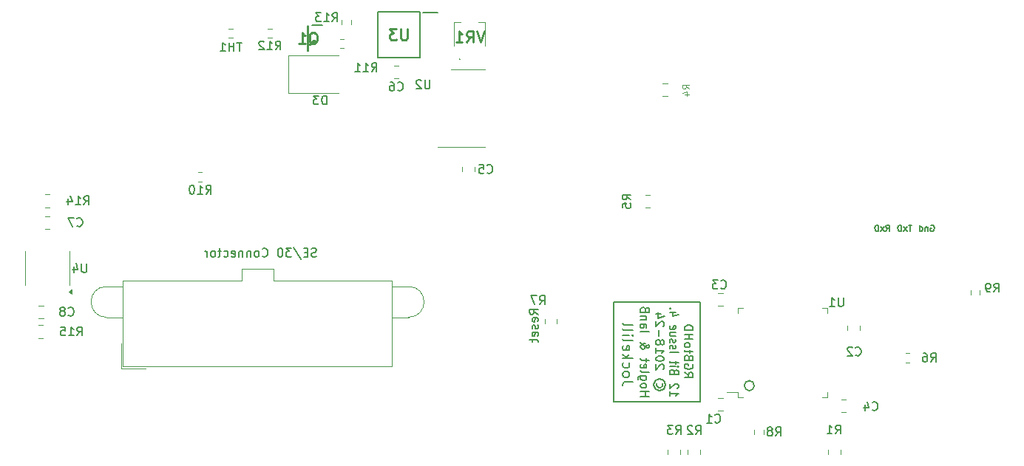
<source format=gbr>
%TF.GenerationSoftware,KiCad,Pcbnew,8.0.3*%
%TF.CreationDate,2024-11-03T20:58:56+01:00*%
%TF.ProjectId,Rev2_RGB2HDMI,52657632-5f52-4474-9232-48444d492e6b,rev?*%
%TF.SameCoordinates,Original*%
%TF.FileFunction,Legend,Bot*%
%TF.FilePolarity,Positive*%
%FSLAX46Y46*%
G04 Gerber Fmt 4.6, Leading zero omitted, Abs format (unit mm)*
G04 Created by KiCad (PCBNEW 8.0.3) date 2024-11-03 20:58:56*
%MOMM*%
%LPD*%
G01*
G04 APERTURE LIST*
%ADD10C,0.150000*%
%ADD11C,0.130000*%
%ADD12C,0.200000*%
%ADD13C,0.254000*%
%ADD14C,0.120000*%
%ADD15C,0.100000*%
G04 APERTURE END LIST*
D10*
X165610000Y-87020000D02*
X165610000Y-75590000D01*
X181712886Y-85195025D02*
G75*
G02*
X180576964Y-85195025I-567961J0D01*
G01*
X180576964Y-85195025D02*
G75*
G02*
X181712886Y-85195025I567961J0D01*
G01*
X175475525Y-87029025D02*
X165610000Y-87020000D01*
X165610000Y-75590000D02*
X175475525Y-75599025D01*
X175475525Y-75599025D02*
X175475525Y-87029025D01*
D11*
X201914924Y-66811431D02*
X201981591Y-66778098D01*
X201981591Y-66778098D02*
X202081591Y-66778098D01*
X202081591Y-66778098D02*
X202181591Y-66811431D01*
X202181591Y-66811431D02*
X202248258Y-66878098D01*
X202248258Y-66878098D02*
X202281591Y-66944765D01*
X202281591Y-66944765D02*
X202314924Y-67078098D01*
X202314924Y-67078098D02*
X202314924Y-67178098D01*
X202314924Y-67178098D02*
X202281591Y-67311431D01*
X202281591Y-67311431D02*
X202248258Y-67378098D01*
X202248258Y-67378098D02*
X202181591Y-67444765D01*
X202181591Y-67444765D02*
X202081591Y-67478098D01*
X202081591Y-67478098D02*
X202014924Y-67478098D01*
X202014924Y-67478098D02*
X201914924Y-67444765D01*
X201914924Y-67444765D02*
X201881591Y-67411431D01*
X201881591Y-67411431D02*
X201881591Y-67178098D01*
X201881591Y-67178098D02*
X202014924Y-67178098D01*
X201581591Y-67011431D02*
X201581591Y-67478098D01*
X201581591Y-67078098D02*
X201548258Y-67044765D01*
X201548258Y-67044765D02*
X201481591Y-67011431D01*
X201481591Y-67011431D02*
X201381591Y-67011431D01*
X201381591Y-67011431D02*
X201314924Y-67044765D01*
X201314924Y-67044765D02*
X201281591Y-67111431D01*
X201281591Y-67111431D02*
X201281591Y-67478098D01*
X200648258Y-67478098D02*
X200648258Y-66778098D01*
X200648258Y-67444765D02*
X200714925Y-67478098D01*
X200714925Y-67478098D02*
X200848258Y-67478098D01*
X200848258Y-67478098D02*
X200914925Y-67444765D01*
X200914925Y-67444765D02*
X200948258Y-67411431D01*
X200948258Y-67411431D02*
X200981591Y-67344765D01*
X200981591Y-67344765D02*
X200981591Y-67144765D01*
X200981591Y-67144765D02*
X200948258Y-67078098D01*
X200948258Y-67078098D02*
X200914925Y-67044765D01*
X200914925Y-67044765D02*
X200848258Y-67011431D01*
X200848258Y-67011431D02*
X200714925Y-67011431D01*
X200714925Y-67011431D02*
X200648258Y-67044765D01*
X199758258Y-66778098D02*
X199358258Y-66778098D01*
X199558258Y-67478098D02*
X199558258Y-66778098D01*
X199191592Y-67478098D02*
X198824925Y-67011431D01*
X199191592Y-67011431D02*
X198824925Y-67478098D01*
X198558258Y-67478098D02*
X198558258Y-66778098D01*
X198558258Y-66778098D02*
X198391591Y-66778098D01*
X198391591Y-66778098D02*
X198291591Y-66811431D01*
X198291591Y-66811431D02*
X198224925Y-66878098D01*
X198224925Y-66878098D02*
X198191591Y-66944765D01*
X198191591Y-66944765D02*
X198158258Y-67078098D01*
X198158258Y-67078098D02*
X198158258Y-67178098D01*
X198158258Y-67178098D02*
X198191591Y-67311431D01*
X198191591Y-67311431D02*
X198224925Y-67378098D01*
X198224925Y-67378098D02*
X198291591Y-67444765D01*
X198291591Y-67444765D02*
X198391591Y-67478098D01*
X198391591Y-67478098D02*
X198558258Y-67478098D01*
D10*
X172026045Y-85826603D02*
X172026045Y-86340889D01*
X172026045Y-86083746D02*
X173026045Y-86083746D01*
X173026045Y-86083746D02*
X172883188Y-86169460D01*
X172883188Y-86169460D02*
X172787950Y-86255175D01*
X172787950Y-86255175D02*
X172740331Y-86340889D01*
X172930807Y-85483746D02*
X172978426Y-85440889D01*
X172978426Y-85440889D02*
X173026045Y-85355175D01*
X173026045Y-85355175D02*
X173026045Y-85140889D01*
X173026045Y-85140889D02*
X172978426Y-85055175D01*
X172978426Y-85055175D02*
X172930807Y-85012317D01*
X172930807Y-85012317D02*
X172835569Y-84969460D01*
X172835569Y-84969460D02*
X172740331Y-84969460D01*
X172740331Y-84969460D02*
X172597474Y-85012317D01*
X172597474Y-85012317D02*
X172026045Y-85526603D01*
X172026045Y-85526603D02*
X172026045Y-84969460D01*
X172549855Y-83598032D02*
X172502236Y-83469460D01*
X172502236Y-83469460D02*
X172454617Y-83426603D01*
X172454617Y-83426603D02*
X172359379Y-83383746D01*
X172359379Y-83383746D02*
X172216522Y-83383746D01*
X172216522Y-83383746D02*
X172121284Y-83426603D01*
X172121284Y-83426603D02*
X172073665Y-83469460D01*
X172073665Y-83469460D02*
X172026045Y-83555175D01*
X172026045Y-83555175D02*
X172026045Y-83898032D01*
X172026045Y-83898032D02*
X173026045Y-83898032D01*
X173026045Y-83898032D02*
X173026045Y-83598032D01*
X173026045Y-83598032D02*
X172978426Y-83512318D01*
X172978426Y-83512318D02*
X172930807Y-83469460D01*
X172930807Y-83469460D02*
X172835569Y-83426603D01*
X172835569Y-83426603D02*
X172740331Y-83426603D01*
X172740331Y-83426603D02*
X172645093Y-83469460D01*
X172645093Y-83469460D02*
X172597474Y-83512318D01*
X172597474Y-83512318D02*
X172549855Y-83598032D01*
X172549855Y-83598032D02*
X172549855Y-83898032D01*
X172026045Y-82998032D02*
X172692712Y-82998032D01*
X173026045Y-82998032D02*
X172978426Y-83040889D01*
X172978426Y-83040889D02*
X172930807Y-82998032D01*
X172930807Y-82998032D02*
X172978426Y-82955175D01*
X172978426Y-82955175D02*
X173026045Y-82998032D01*
X173026045Y-82998032D02*
X172930807Y-82998032D01*
X172692712Y-82698032D02*
X172692712Y-82355175D01*
X173026045Y-82569461D02*
X172168903Y-82569461D01*
X172168903Y-82569461D02*
X172073665Y-82526604D01*
X172073665Y-82526604D02*
X172026045Y-82440889D01*
X172026045Y-82440889D02*
X172026045Y-82355175D01*
X172026045Y-81369461D02*
X173026045Y-81369461D01*
X172073665Y-80983747D02*
X172026045Y-80898033D01*
X172026045Y-80898033D02*
X172026045Y-80726604D01*
X172026045Y-80726604D02*
X172073665Y-80640890D01*
X172073665Y-80640890D02*
X172168903Y-80598033D01*
X172168903Y-80598033D02*
X172216522Y-80598033D01*
X172216522Y-80598033D02*
X172311760Y-80640890D01*
X172311760Y-80640890D02*
X172359379Y-80726604D01*
X172359379Y-80726604D02*
X172359379Y-80855176D01*
X172359379Y-80855176D02*
X172406998Y-80940890D01*
X172406998Y-80940890D02*
X172502236Y-80983747D01*
X172502236Y-80983747D02*
X172549855Y-80983747D01*
X172549855Y-80983747D02*
X172645093Y-80940890D01*
X172645093Y-80940890D02*
X172692712Y-80855176D01*
X172692712Y-80855176D02*
X172692712Y-80726604D01*
X172692712Y-80726604D02*
X172645093Y-80640890D01*
X172073665Y-80255176D02*
X172026045Y-80169462D01*
X172026045Y-80169462D02*
X172026045Y-79998033D01*
X172026045Y-79998033D02*
X172073665Y-79912319D01*
X172073665Y-79912319D02*
X172168903Y-79869462D01*
X172168903Y-79869462D02*
X172216522Y-79869462D01*
X172216522Y-79869462D02*
X172311760Y-79912319D01*
X172311760Y-79912319D02*
X172359379Y-79998033D01*
X172359379Y-79998033D02*
X172359379Y-80126605D01*
X172359379Y-80126605D02*
X172406998Y-80212319D01*
X172406998Y-80212319D02*
X172502236Y-80255176D01*
X172502236Y-80255176D02*
X172549855Y-80255176D01*
X172549855Y-80255176D02*
X172645093Y-80212319D01*
X172645093Y-80212319D02*
X172692712Y-80126605D01*
X172692712Y-80126605D02*
X172692712Y-79998033D01*
X172692712Y-79998033D02*
X172645093Y-79912319D01*
X172692712Y-79098034D02*
X172026045Y-79098034D01*
X172692712Y-79483748D02*
X172168903Y-79483748D01*
X172168903Y-79483748D02*
X172073665Y-79440891D01*
X172073665Y-79440891D02*
X172026045Y-79355176D01*
X172026045Y-79355176D02*
X172026045Y-79226605D01*
X172026045Y-79226605D02*
X172073665Y-79140891D01*
X172073665Y-79140891D02*
X172121284Y-79098034D01*
X172073665Y-78326605D02*
X172026045Y-78412319D01*
X172026045Y-78412319D02*
X172026045Y-78583748D01*
X172026045Y-78583748D02*
X172073665Y-78669462D01*
X172073665Y-78669462D02*
X172168903Y-78712319D01*
X172168903Y-78712319D02*
X172549855Y-78712319D01*
X172549855Y-78712319D02*
X172645093Y-78669462D01*
X172645093Y-78669462D02*
X172692712Y-78583748D01*
X172692712Y-78583748D02*
X172692712Y-78412319D01*
X172692712Y-78412319D02*
X172645093Y-78326605D01*
X172645093Y-78326605D02*
X172549855Y-78283748D01*
X172549855Y-78283748D02*
X172454617Y-78283748D01*
X172454617Y-78283748D02*
X172359379Y-78712319D01*
X172692712Y-76826605D02*
X172026045Y-76826605D01*
X173073665Y-77040890D02*
X172359379Y-77255176D01*
X172359379Y-77255176D02*
X172359379Y-76698033D01*
X172121284Y-76355176D02*
X172073665Y-76312319D01*
X172073665Y-76312319D02*
X172026045Y-76355176D01*
X172026045Y-76355176D02*
X172073665Y-76398033D01*
X172073665Y-76398033D02*
X172121284Y-76355176D01*
X172121284Y-76355176D02*
X172026045Y-76355176D01*
D12*
X167827257Y-84739850D02*
X166970114Y-84739850D01*
X166970114Y-84739850D02*
X166798685Y-84796993D01*
X166798685Y-84796993D02*
X166684400Y-84911279D01*
X166684400Y-84911279D02*
X166627257Y-85082707D01*
X166627257Y-85082707D02*
X166627257Y-85196993D01*
X166627257Y-83996993D02*
X166684400Y-84111278D01*
X166684400Y-84111278D02*
X166741542Y-84168421D01*
X166741542Y-84168421D02*
X166855828Y-84225564D01*
X166855828Y-84225564D02*
X167198685Y-84225564D01*
X167198685Y-84225564D02*
X167312971Y-84168421D01*
X167312971Y-84168421D02*
X167370114Y-84111278D01*
X167370114Y-84111278D02*
X167427257Y-83996993D01*
X167427257Y-83996993D02*
X167427257Y-83825564D01*
X167427257Y-83825564D02*
X167370114Y-83711278D01*
X167370114Y-83711278D02*
X167312971Y-83654136D01*
X167312971Y-83654136D02*
X167198685Y-83596993D01*
X167198685Y-83596993D02*
X166855828Y-83596993D01*
X166855828Y-83596993D02*
X166741542Y-83654136D01*
X166741542Y-83654136D02*
X166684400Y-83711278D01*
X166684400Y-83711278D02*
X166627257Y-83825564D01*
X166627257Y-83825564D02*
X166627257Y-83996993D01*
X166684400Y-82568422D02*
X166627257Y-82682707D01*
X166627257Y-82682707D02*
X166627257Y-82911279D01*
X166627257Y-82911279D02*
X166684400Y-83025564D01*
X166684400Y-83025564D02*
X166741542Y-83082707D01*
X166741542Y-83082707D02*
X166855828Y-83139850D01*
X166855828Y-83139850D02*
X167198685Y-83139850D01*
X167198685Y-83139850D02*
X167312971Y-83082707D01*
X167312971Y-83082707D02*
X167370114Y-83025564D01*
X167370114Y-83025564D02*
X167427257Y-82911279D01*
X167427257Y-82911279D02*
X167427257Y-82682707D01*
X167427257Y-82682707D02*
X167370114Y-82568422D01*
X166627257Y-82054136D02*
X167827257Y-82054136D01*
X167084400Y-81939851D02*
X166627257Y-81596993D01*
X167427257Y-81596993D02*
X166970114Y-82054136D01*
X166684400Y-80625564D02*
X166627257Y-80739850D01*
X166627257Y-80739850D02*
X166627257Y-80968422D01*
X166627257Y-80968422D02*
X166684400Y-81082707D01*
X166684400Y-81082707D02*
X166798685Y-81139850D01*
X166798685Y-81139850D02*
X167255828Y-81139850D01*
X167255828Y-81139850D02*
X167370114Y-81082707D01*
X167370114Y-81082707D02*
X167427257Y-80968422D01*
X167427257Y-80968422D02*
X167427257Y-80739850D01*
X167427257Y-80739850D02*
X167370114Y-80625564D01*
X167370114Y-80625564D02*
X167255828Y-80568422D01*
X167255828Y-80568422D02*
X167141542Y-80568422D01*
X167141542Y-80568422D02*
X167027257Y-81139850D01*
X166627257Y-79882708D02*
X166684400Y-79996993D01*
X166684400Y-79996993D02*
X166798685Y-80054136D01*
X166798685Y-80054136D02*
X167827257Y-80054136D01*
X166627257Y-79425565D02*
X167427257Y-79425565D01*
X167827257Y-79425565D02*
X167770114Y-79482708D01*
X167770114Y-79482708D02*
X167712971Y-79425565D01*
X167712971Y-79425565D02*
X167770114Y-79368422D01*
X167770114Y-79368422D02*
X167827257Y-79425565D01*
X167827257Y-79425565D02*
X167712971Y-79425565D01*
X166627257Y-78682708D02*
X166684400Y-78796993D01*
X166684400Y-78796993D02*
X166798685Y-78854136D01*
X166798685Y-78854136D02*
X167827257Y-78854136D01*
X166627257Y-78054137D02*
X166684400Y-78168422D01*
X166684400Y-78168422D02*
X166798685Y-78225565D01*
X166798685Y-78225565D02*
X167827257Y-78225565D01*
D10*
X173699905Y-83691958D02*
X174176096Y-84018625D01*
X173699905Y-84251958D02*
X174699905Y-84251958D01*
X174699905Y-84251958D02*
X174699905Y-83878625D01*
X174699905Y-83878625D02*
X174652286Y-83785292D01*
X174652286Y-83785292D02*
X174604667Y-83738625D01*
X174604667Y-83738625D02*
X174509429Y-83691958D01*
X174509429Y-83691958D02*
X174366572Y-83691958D01*
X174366572Y-83691958D02*
X174271334Y-83738625D01*
X174271334Y-83738625D02*
X174223715Y-83785292D01*
X174223715Y-83785292D02*
X174176096Y-83878625D01*
X174176096Y-83878625D02*
X174176096Y-84251958D01*
X174652286Y-82758625D02*
X174699905Y-82851958D01*
X174699905Y-82851958D02*
X174699905Y-82991958D01*
X174699905Y-82991958D02*
X174652286Y-83131958D01*
X174652286Y-83131958D02*
X174557048Y-83225292D01*
X174557048Y-83225292D02*
X174461810Y-83271958D01*
X174461810Y-83271958D02*
X174271334Y-83318625D01*
X174271334Y-83318625D02*
X174128477Y-83318625D01*
X174128477Y-83318625D02*
X173938001Y-83271958D01*
X173938001Y-83271958D02*
X173842763Y-83225292D01*
X173842763Y-83225292D02*
X173747525Y-83131958D01*
X173747525Y-83131958D02*
X173699905Y-82991958D01*
X173699905Y-82991958D02*
X173699905Y-82898625D01*
X173699905Y-82898625D02*
X173747525Y-82758625D01*
X173747525Y-82758625D02*
X173795144Y-82711958D01*
X173795144Y-82711958D02*
X174128477Y-82711958D01*
X174128477Y-82711958D02*
X174128477Y-82898625D01*
X174223715Y-81965292D02*
X174176096Y-81825292D01*
X174176096Y-81825292D02*
X174128477Y-81778625D01*
X174128477Y-81778625D02*
X174033239Y-81731958D01*
X174033239Y-81731958D02*
X173890382Y-81731958D01*
X173890382Y-81731958D02*
X173795144Y-81778625D01*
X173795144Y-81778625D02*
X173747525Y-81825292D01*
X173747525Y-81825292D02*
X173699905Y-81918625D01*
X173699905Y-81918625D02*
X173699905Y-82291958D01*
X173699905Y-82291958D02*
X174699905Y-82291958D01*
X174699905Y-82291958D02*
X174699905Y-81965292D01*
X174699905Y-81965292D02*
X174652286Y-81871958D01*
X174652286Y-81871958D02*
X174604667Y-81825292D01*
X174604667Y-81825292D02*
X174509429Y-81778625D01*
X174509429Y-81778625D02*
X174414191Y-81778625D01*
X174414191Y-81778625D02*
X174318953Y-81825292D01*
X174318953Y-81825292D02*
X174271334Y-81871958D01*
X174271334Y-81871958D02*
X174223715Y-81965292D01*
X174223715Y-81965292D02*
X174223715Y-82291958D01*
X174366572Y-81451958D02*
X174366572Y-81078625D01*
X174699905Y-81311958D02*
X173842763Y-81311958D01*
X173842763Y-81311958D02*
X173747525Y-81265292D01*
X173747525Y-81265292D02*
X173699905Y-81171958D01*
X173699905Y-81171958D02*
X173699905Y-81078625D01*
X173699905Y-80611958D02*
X173747525Y-80705292D01*
X173747525Y-80705292D02*
X173795144Y-80751958D01*
X173795144Y-80751958D02*
X173890382Y-80798625D01*
X173890382Y-80798625D02*
X174176096Y-80798625D01*
X174176096Y-80798625D02*
X174271334Y-80751958D01*
X174271334Y-80751958D02*
X174318953Y-80705292D01*
X174318953Y-80705292D02*
X174366572Y-80611958D01*
X174366572Y-80611958D02*
X174366572Y-80471958D01*
X174366572Y-80471958D02*
X174318953Y-80378625D01*
X174318953Y-80378625D02*
X174271334Y-80331958D01*
X174271334Y-80331958D02*
X174176096Y-80285292D01*
X174176096Y-80285292D02*
X173890382Y-80285292D01*
X173890382Y-80285292D02*
X173795144Y-80331958D01*
X173795144Y-80331958D02*
X173747525Y-80378625D01*
X173747525Y-80378625D02*
X173699905Y-80471958D01*
X173699905Y-80471958D02*
X173699905Y-80611958D01*
X173699905Y-79865291D02*
X174699905Y-79865291D01*
X174223715Y-79865291D02*
X174223715Y-79305291D01*
X173699905Y-79305291D02*
X174699905Y-79305291D01*
X173699905Y-78838624D02*
X174699905Y-78838624D01*
X174699905Y-78838624D02*
X174699905Y-78605291D01*
X174699905Y-78605291D02*
X174652286Y-78465291D01*
X174652286Y-78465291D02*
X174557048Y-78371958D01*
X174557048Y-78371958D02*
X174461810Y-78325291D01*
X174461810Y-78325291D02*
X174271334Y-78278624D01*
X174271334Y-78278624D02*
X174128477Y-78278624D01*
X174128477Y-78278624D02*
X173938001Y-78325291D01*
X173938001Y-78325291D02*
X173842763Y-78371958D01*
X173842763Y-78371958D02*
X173747525Y-78465291D01*
X173747525Y-78465291D02*
X173699905Y-78605291D01*
X173699905Y-78605291D02*
X173699905Y-78838624D01*
X168696105Y-86451492D02*
X169696105Y-86451492D01*
X169219915Y-86451492D02*
X169219915Y-85891492D01*
X168696105Y-85891492D02*
X169696105Y-85891492D01*
X168696105Y-85284825D02*
X168743725Y-85378159D01*
X168743725Y-85378159D02*
X168791344Y-85424825D01*
X168791344Y-85424825D02*
X168886582Y-85471492D01*
X168886582Y-85471492D02*
X169172296Y-85471492D01*
X169172296Y-85471492D02*
X169267534Y-85424825D01*
X169267534Y-85424825D02*
X169315153Y-85378159D01*
X169315153Y-85378159D02*
X169362772Y-85284825D01*
X169362772Y-85284825D02*
X169362772Y-85144825D01*
X169362772Y-85144825D02*
X169315153Y-85051492D01*
X169315153Y-85051492D02*
X169267534Y-85004825D01*
X169267534Y-85004825D02*
X169172296Y-84958159D01*
X169172296Y-84958159D02*
X168886582Y-84958159D01*
X168886582Y-84958159D02*
X168791344Y-85004825D01*
X168791344Y-85004825D02*
X168743725Y-85051492D01*
X168743725Y-85051492D02*
X168696105Y-85144825D01*
X168696105Y-85144825D02*
X168696105Y-85284825D01*
X169362772Y-84118158D02*
X168553248Y-84118158D01*
X168553248Y-84118158D02*
X168458010Y-84164825D01*
X168458010Y-84164825D02*
X168410391Y-84211492D01*
X168410391Y-84211492D02*
X168362772Y-84304825D01*
X168362772Y-84304825D02*
X168362772Y-84444825D01*
X168362772Y-84444825D02*
X168410391Y-84538158D01*
X168743725Y-84118158D02*
X168696105Y-84211492D01*
X168696105Y-84211492D02*
X168696105Y-84398158D01*
X168696105Y-84398158D02*
X168743725Y-84491492D01*
X168743725Y-84491492D02*
X168791344Y-84538158D01*
X168791344Y-84538158D02*
X168886582Y-84584825D01*
X168886582Y-84584825D02*
X169172296Y-84584825D01*
X169172296Y-84584825D02*
X169267534Y-84538158D01*
X169267534Y-84538158D02*
X169315153Y-84491492D01*
X169315153Y-84491492D02*
X169362772Y-84398158D01*
X169362772Y-84398158D02*
X169362772Y-84211492D01*
X169362772Y-84211492D02*
X169315153Y-84118158D01*
X168696105Y-83511491D02*
X168743725Y-83604825D01*
X168743725Y-83604825D02*
X168838963Y-83651491D01*
X168838963Y-83651491D02*
X169696105Y-83651491D01*
X168743725Y-82764825D02*
X168696105Y-82858158D01*
X168696105Y-82858158D02*
X168696105Y-83044825D01*
X168696105Y-83044825D02*
X168743725Y-83138158D01*
X168743725Y-83138158D02*
X168838963Y-83184825D01*
X168838963Y-83184825D02*
X169219915Y-83184825D01*
X169219915Y-83184825D02*
X169315153Y-83138158D01*
X169315153Y-83138158D02*
X169362772Y-83044825D01*
X169362772Y-83044825D02*
X169362772Y-82858158D01*
X169362772Y-82858158D02*
X169315153Y-82764825D01*
X169315153Y-82764825D02*
X169219915Y-82718158D01*
X169219915Y-82718158D02*
X169124677Y-82718158D01*
X169124677Y-82718158D02*
X169029439Y-83184825D01*
X169362772Y-82438158D02*
X169362772Y-82064825D01*
X169696105Y-82298158D02*
X168838963Y-82298158D01*
X168838963Y-82298158D02*
X168743725Y-82251492D01*
X168743725Y-82251492D02*
X168696105Y-82158158D01*
X168696105Y-82158158D02*
X168696105Y-82064825D01*
X168696105Y-80198158D02*
X168696105Y-80244825D01*
X168696105Y-80244825D02*
X168743725Y-80338158D01*
X168743725Y-80338158D02*
X168886582Y-80478158D01*
X168886582Y-80478158D02*
X169172296Y-80711491D01*
X169172296Y-80711491D02*
X169315153Y-80804825D01*
X169315153Y-80804825D02*
X169458010Y-80851491D01*
X169458010Y-80851491D02*
X169553248Y-80851491D01*
X169553248Y-80851491D02*
X169648486Y-80804825D01*
X169648486Y-80804825D02*
X169696105Y-80711491D01*
X169696105Y-80711491D02*
X169696105Y-80664825D01*
X169696105Y-80664825D02*
X169648486Y-80571491D01*
X169648486Y-80571491D02*
X169553248Y-80524825D01*
X169553248Y-80524825D02*
X169505629Y-80524825D01*
X169505629Y-80524825D02*
X169410391Y-80571491D01*
X169410391Y-80571491D02*
X169362772Y-80618158D01*
X169362772Y-80618158D02*
X169172296Y-80898158D01*
X169172296Y-80898158D02*
X169124677Y-80944825D01*
X169124677Y-80944825D02*
X169029439Y-80991491D01*
X169029439Y-80991491D02*
X168886582Y-80991491D01*
X168886582Y-80991491D02*
X168791344Y-80944825D01*
X168791344Y-80944825D02*
X168743725Y-80898158D01*
X168743725Y-80898158D02*
X168696105Y-80804825D01*
X168696105Y-80804825D02*
X168696105Y-80664825D01*
X168696105Y-80664825D02*
X168743725Y-80571491D01*
X168743725Y-80571491D02*
X168791344Y-80524825D01*
X168791344Y-80524825D02*
X168981820Y-80384825D01*
X168981820Y-80384825D02*
X169124677Y-80338158D01*
X169124677Y-80338158D02*
X169219915Y-80338158D01*
X168696105Y-79031491D02*
X169696105Y-79031491D01*
X168696105Y-78144824D02*
X169219915Y-78144824D01*
X169219915Y-78144824D02*
X169315153Y-78191491D01*
X169315153Y-78191491D02*
X169362772Y-78284824D01*
X169362772Y-78284824D02*
X169362772Y-78471491D01*
X169362772Y-78471491D02*
X169315153Y-78564824D01*
X168743725Y-78144824D02*
X168696105Y-78238158D01*
X168696105Y-78238158D02*
X168696105Y-78471491D01*
X168696105Y-78471491D02*
X168743725Y-78564824D01*
X168743725Y-78564824D02*
X168838963Y-78611491D01*
X168838963Y-78611491D02*
X168934201Y-78611491D01*
X168934201Y-78611491D02*
X169029439Y-78564824D01*
X169029439Y-78564824D02*
X169077058Y-78471491D01*
X169077058Y-78471491D02*
X169077058Y-78238158D01*
X169077058Y-78238158D02*
X169124677Y-78144824D01*
X169362772Y-77678157D02*
X168696105Y-77678157D01*
X169267534Y-77678157D02*
X169315153Y-77631491D01*
X169315153Y-77631491D02*
X169362772Y-77538157D01*
X169362772Y-77538157D02*
X169362772Y-77398157D01*
X169362772Y-77398157D02*
X169315153Y-77304824D01*
X169315153Y-77304824D02*
X169219915Y-77258157D01*
X169219915Y-77258157D02*
X168696105Y-77258157D01*
X169219915Y-76464824D02*
X169172296Y-76324824D01*
X169172296Y-76324824D02*
X169124677Y-76278157D01*
X169124677Y-76278157D02*
X169029439Y-76231490D01*
X169029439Y-76231490D02*
X168886582Y-76231490D01*
X168886582Y-76231490D02*
X168791344Y-76278157D01*
X168791344Y-76278157D02*
X168743725Y-76324824D01*
X168743725Y-76324824D02*
X168696105Y-76418157D01*
X168696105Y-76418157D02*
X168696105Y-76791490D01*
X168696105Y-76791490D02*
X169696105Y-76791490D01*
X169696105Y-76791490D02*
X169696105Y-76464824D01*
X169696105Y-76464824D02*
X169648486Y-76371490D01*
X169648486Y-76371490D02*
X169600867Y-76324824D01*
X169600867Y-76324824D02*
X169505629Y-76278157D01*
X169505629Y-76278157D02*
X169410391Y-76278157D01*
X169410391Y-76278157D02*
X169315153Y-76324824D01*
X169315153Y-76324824D02*
X169267534Y-76371490D01*
X169267534Y-76371490D02*
X169219915Y-76464824D01*
X169219915Y-76464824D02*
X169219915Y-76791490D01*
D11*
X196801591Y-67478098D02*
X197034924Y-67144765D01*
X197201591Y-67478098D02*
X197201591Y-66778098D01*
X197201591Y-66778098D02*
X196934924Y-66778098D01*
X196934924Y-66778098D02*
X196868258Y-66811431D01*
X196868258Y-66811431D02*
X196834924Y-66844765D01*
X196834924Y-66844765D02*
X196801591Y-66911431D01*
X196801591Y-66911431D02*
X196801591Y-67011431D01*
X196801591Y-67011431D02*
X196834924Y-67078098D01*
X196834924Y-67078098D02*
X196868258Y-67111431D01*
X196868258Y-67111431D02*
X196934924Y-67144765D01*
X196934924Y-67144765D02*
X197201591Y-67144765D01*
X196568258Y-67478098D02*
X196201591Y-67011431D01*
X196568258Y-67011431D02*
X196201591Y-67478098D01*
X195934924Y-67478098D02*
X195934924Y-66778098D01*
X195934924Y-66778098D02*
X195768257Y-66778098D01*
X195768257Y-66778098D02*
X195668257Y-66811431D01*
X195668257Y-66811431D02*
X195601591Y-66878098D01*
X195601591Y-66878098D02*
X195568257Y-66944765D01*
X195568257Y-66944765D02*
X195534924Y-67078098D01*
X195534924Y-67078098D02*
X195534924Y-67178098D01*
X195534924Y-67178098D02*
X195568257Y-67311431D01*
X195568257Y-67311431D02*
X195601591Y-67378098D01*
X195601591Y-67378098D02*
X195668257Y-67444765D01*
X195668257Y-67444765D02*
X195768257Y-67478098D01*
X195768257Y-67478098D02*
X195934924Y-67478098D01*
D10*
X171159810Y-84907357D02*
X171207429Y-85000690D01*
X171207429Y-85000690D02*
X171207429Y-85187357D01*
X171207429Y-85187357D02*
X171159810Y-85280690D01*
X171159810Y-85280690D02*
X171064572Y-85374024D01*
X171064572Y-85374024D02*
X170969334Y-85420690D01*
X170969334Y-85420690D02*
X170778858Y-85420690D01*
X170778858Y-85420690D02*
X170683620Y-85374024D01*
X170683620Y-85374024D02*
X170588382Y-85280690D01*
X170588382Y-85280690D02*
X170540763Y-85187357D01*
X170540763Y-85187357D02*
X170540763Y-85000690D01*
X170540763Y-85000690D02*
X170588382Y-84907357D01*
X171540763Y-85094024D02*
X171493144Y-85327357D01*
X171493144Y-85327357D02*
X171350286Y-85560690D01*
X171350286Y-85560690D02*
X171112191Y-85700690D01*
X171112191Y-85700690D02*
X170874096Y-85747357D01*
X170874096Y-85747357D02*
X170636001Y-85700690D01*
X170636001Y-85700690D02*
X170397905Y-85560690D01*
X170397905Y-85560690D02*
X170255048Y-85327357D01*
X170255048Y-85327357D02*
X170207429Y-85094024D01*
X170207429Y-85094024D02*
X170255048Y-84860690D01*
X170255048Y-84860690D02*
X170397905Y-84627357D01*
X170397905Y-84627357D02*
X170636001Y-84487357D01*
X170636001Y-84487357D02*
X170874096Y-84440690D01*
X170874096Y-84440690D02*
X171112191Y-84487357D01*
X171112191Y-84487357D02*
X171350286Y-84627357D01*
X171350286Y-84627357D02*
X171493144Y-84860690D01*
X171493144Y-84860690D02*
X171540763Y-85094024D01*
X171302667Y-83320690D02*
X171350286Y-83274023D01*
X171350286Y-83274023D02*
X171397905Y-83180690D01*
X171397905Y-83180690D02*
X171397905Y-82947357D01*
X171397905Y-82947357D02*
X171350286Y-82854023D01*
X171350286Y-82854023D02*
X171302667Y-82807357D01*
X171302667Y-82807357D02*
X171207429Y-82760690D01*
X171207429Y-82760690D02*
X171112191Y-82760690D01*
X171112191Y-82760690D02*
X170969334Y-82807357D01*
X170969334Y-82807357D02*
X170397905Y-83367357D01*
X170397905Y-83367357D02*
X170397905Y-82760690D01*
X171397905Y-82154024D02*
X171397905Y-82060690D01*
X171397905Y-82060690D02*
X171350286Y-81967357D01*
X171350286Y-81967357D02*
X171302667Y-81920690D01*
X171302667Y-81920690D02*
X171207429Y-81874024D01*
X171207429Y-81874024D02*
X171016953Y-81827357D01*
X171016953Y-81827357D02*
X170778858Y-81827357D01*
X170778858Y-81827357D02*
X170588382Y-81874024D01*
X170588382Y-81874024D02*
X170493144Y-81920690D01*
X170493144Y-81920690D02*
X170445525Y-81967357D01*
X170445525Y-81967357D02*
X170397905Y-82060690D01*
X170397905Y-82060690D02*
X170397905Y-82154024D01*
X170397905Y-82154024D02*
X170445525Y-82247357D01*
X170445525Y-82247357D02*
X170493144Y-82294024D01*
X170493144Y-82294024D02*
X170588382Y-82340690D01*
X170588382Y-82340690D02*
X170778858Y-82387357D01*
X170778858Y-82387357D02*
X171016953Y-82387357D01*
X171016953Y-82387357D02*
X171207429Y-82340690D01*
X171207429Y-82340690D02*
X171302667Y-82294024D01*
X171302667Y-82294024D02*
X171350286Y-82247357D01*
X171350286Y-82247357D02*
X171397905Y-82154024D01*
X170397905Y-80894024D02*
X170397905Y-81454024D01*
X170397905Y-81174024D02*
X171397905Y-81174024D01*
X171397905Y-81174024D02*
X171255048Y-81267357D01*
X171255048Y-81267357D02*
X171159810Y-81360691D01*
X171159810Y-81360691D02*
X171112191Y-81454024D01*
X170969334Y-80334024D02*
X171016953Y-80427358D01*
X171016953Y-80427358D02*
X171064572Y-80474024D01*
X171064572Y-80474024D02*
X171159810Y-80520691D01*
X171159810Y-80520691D02*
X171207429Y-80520691D01*
X171207429Y-80520691D02*
X171302667Y-80474024D01*
X171302667Y-80474024D02*
X171350286Y-80427358D01*
X171350286Y-80427358D02*
X171397905Y-80334024D01*
X171397905Y-80334024D02*
X171397905Y-80147358D01*
X171397905Y-80147358D02*
X171350286Y-80054024D01*
X171350286Y-80054024D02*
X171302667Y-80007358D01*
X171302667Y-80007358D02*
X171207429Y-79960691D01*
X171207429Y-79960691D02*
X171159810Y-79960691D01*
X171159810Y-79960691D02*
X171064572Y-80007358D01*
X171064572Y-80007358D02*
X171016953Y-80054024D01*
X171016953Y-80054024D02*
X170969334Y-80147358D01*
X170969334Y-80147358D02*
X170969334Y-80334024D01*
X170969334Y-80334024D02*
X170921715Y-80427358D01*
X170921715Y-80427358D02*
X170874096Y-80474024D01*
X170874096Y-80474024D02*
X170778858Y-80520691D01*
X170778858Y-80520691D02*
X170588382Y-80520691D01*
X170588382Y-80520691D02*
X170493144Y-80474024D01*
X170493144Y-80474024D02*
X170445525Y-80427358D01*
X170445525Y-80427358D02*
X170397905Y-80334024D01*
X170397905Y-80334024D02*
X170397905Y-80147358D01*
X170397905Y-80147358D02*
X170445525Y-80054024D01*
X170445525Y-80054024D02*
X170493144Y-80007358D01*
X170493144Y-80007358D02*
X170588382Y-79960691D01*
X170588382Y-79960691D02*
X170778858Y-79960691D01*
X170778858Y-79960691D02*
X170874096Y-80007358D01*
X170874096Y-80007358D02*
X170921715Y-80054024D01*
X170921715Y-80054024D02*
X170969334Y-80147358D01*
X170778858Y-79540691D02*
X170778858Y-78794025D01*
X171302667Y-78374025D02*
X171350286Y-78327358D01*
X171350286Y-78327358D02*
X171397905Y-78234025D01*
X171397905Y-78234025D02*
X171397905Y-78000692D01*
X171397905Y-78000692D02*
X171350286Y-77907358D01*
X171350286Y-77907358D02*
X171302667Y-77860692D01*
X171302667Y-77860692D02*
X171207429Y-77814025D01*
X171207429Y-77814025D02*
X171112191Y-77814025D01*
X171112191Y-77814025D02*
X170969334Y-77860692D01*
X170969334Y-77860692D02*
X170397905Y-78420692D01*
X170397905Y-78420692D02*
X170397905Y-77814025D01*
X171064572Y-76974025D02*
X170397905Y-76974025D01*
X171445525Y-77207359D02*
X170731239Y-77440692D01*
X170731239Y-77440692D02*
X170731239Y-76834025D01*
X156954819Y-77011904D02*
X156478628Y-76678571D01*
X156954819Y-76440476D02*
X155954819Y-76440476D01*
X155954819Y-76440476D02*
X155954819Y-76821428D01*
X155954819Y-76821428D02*
X156002438Y-76916666D01*
X156002438Y-76916666D02*
X156050057Y-76964285D01*
X156050057Y-76964285D02*
X156145295Y-77011904D01*
X156145295Y-77011904D02*
X156288152Y-77011904D01*
X156288152Y-77011904D02*
X156383390Y-76964285D01*
X156383390Y-76964285D02*
X156431009Y-76916666D01*
X156431009Y-76916666D02*
X156478628Y-76821428D01*
X156478628Y-76821428D02*
X156478628Y-76440476D01*
X156907200Y-77821428D02*
X156954819Y-77726190D01*
X156954819Y-77726190D02*
X156954819Y-77535714D01*
X156954819Y-77535714D02*
X156907200Y-77440476D01*
X156907200Y-77440476D02*
X156811961Y-77392857D01*
X156811961Y-77392857D02*
X156431009Y-77392857D01*
X156431009Y-77392857D02*
X156335771Y-77440476D01*
X156335771Y-77440476D02*
X156288152Y-77535714D01*
X156288152Y-77535714D02*
X156288152Y-77726190D01*
X156288152Y-77726190D02*
X156335771Y-77821428D01*
X156335771Y-77821428D02*
X156431009Y-77869047D01*
X156431009Y-77869047D02*
X156526247Y-77869047D01*
X156526247Y-77869047D02*
X156621485Y-77392857D01*
X156907200Y-78250000D02*
X156954819Y-78345238D01*
X156954819Y-78345238D02*
X156954819Y-78535714D01*
X156954819Y-78535714D02*
X156907200Y-78630952D01*
X156907200Y-78630952D02*
X156811961Y-78678571D01*
X156811961Y-78678571D02*
X156764342Y-78678571D01*
X156764342Y-78678571D02*
X156669104Y-78630952D01*
X156669104Y-78630952D02*
X156621485Y-78535714D01*
X156621485Y-78535714D02*
X156621485Y-78392857D01*
X156621485Y-78392857D02*
X156573866Y-78297619D01*
X156573866Y-78297619D02*
X156478628Y-78250000D01*
X156478628Y-78250000D02*
X156431009Y-78250000D01*
X156431009Y-78250000D02*
X156335771Y-78297619D01*
X156335771Y-78297619D02*
X156288152Y-78392857D01*
X156288152Y-78392857D02*
X156288152Y-78535714D01*
X156288152Y-78535714D02*
X156335771Y-78630952D01*
X156907200Y-79488095D02*
X156954819Y-79392857D01*
X156954819Y-79392857D02*
X156954819Y-79202381D01*
X156954819Y-79202381D02*
X156907200Y-79107143D01*
X156907200Y-79107143D02*
X156811961Y-79059524D01*
X156811961Y-79059524D02*
X156431009Y-79059524D01*
X156431009Y-79059524D02*
X156335771Y-79107143D01*
X156335771Y-79107143D02*
X156288152Y-79202381D01*
X156288152Y-79202381D02*
X156288152Y-79392857D01*
X156288152Y-79392857D02*
X156335771Y-79488095D01*
X156335771Y-79488095D02*
X156431009Y-79535714D01*
X156431009Y-79535714D02*
X156526247Y-79535714D01*
X156526247Y-79535714D02*
X156621485Y-79059524D01*
X156288152Y-79821429D02*
X156288152Y-80202381D01*
X155954819Y-79964286D02*
X156811961Y-79964286D01*
X156811961Y-79964286D02*
X156907200Y-80011905D01*
X156907200Y-80011905D02*
X156954819Y-80107143D01*
X156954819Y-80107143D02*
X156954819Y-80202381D01*
X118932932Y-63219794D02*
X119266265Y-62743603D01*
X119504360Y-63219794D02*
X119504360Y-62219794D01*
X119504360Y-62219794D02*
X119123408Y-62219794D01*
X119123408Y-62219794D02*
X119028170Y-62267413D01*
X119028170Y-62267413D02*
X118980551Y-62315032D01*
X118980551Y-62315032D02*
X118932932Y-62410270D01*
X118932932Y-62410270D02*
X118932932Y-62553127D01*
X118932932Y-62553127D02*
X118980551Y-62648365D01*
X118980551Y-62648365D02*
X119028170Y-62695984D01*
X119028170Y-62695984D02*
X119123408Y-62743603D01*
X119123408Y-62743603D02*
X119504360Y-62743603D01*
X117980551Y-63219794D02*
X118551979Y-63219794D01*
X118266265Y-63219794D02*
X118266265Y-62219794D01*
X118266265Y-62219794D02*
X118361503Y-62362651D01*
X118361503Y-62362651D02*
X118456741Y-62457889D01*
X118456741Y-62457889D02*
X118551979Y-62505508D01*
X117361503Y-62219794D02*
X117266265Y-62219794D01*
X117266265Y-62219794D02*
X117171027Y-62267413D01*
X117171027Y-62267413D02*
X117123408Y-62315032D01*
X117123408Y-62315032D02*
X117075789Y-62410270D01*
X117075789Y-62410270D02*
X117028170Y-62600746D01*
X117028170Y-62600746D02*
X117028170Y-62838841D01*
X117028170Y-62838841D02*
X117075789Y-63029317D01*
X117075789Y-63029317D02*
X117123408Y-63124555D01*
X117123408Y-63124555D02*
X117171027Y-63172175D01*
X117171027Y-63172175D02*
X117266265Y-63219794D01*
X117266265Y-63219794D02*
X117361503Y-63219794D01*
X117361503Y-63219794D02*
X117456741Y-63172175D01*
X117456741Y-63172175D02*
X117504360Y-63124555D01*
X117504360Y-63124555D02*
X117551979Y-63029317D01*
X117551979Y-63029317D02*
X117599598Y-62838841D01*
X117599598Y-62838841D02*
X117599598Y-62600746D01*
X117599598Y-62600746D02*
X117551979Y-62410270D01*
X117551979Y-62410270D02*
X117504360Y-62315032D01*
X117504360Y-62315032D02*
X117456741Y-62267413D01*
X117456741Y-62267413D02*
X117361503Y-62219794D01*
X172721591Y-90767944D02*
X173054924Y-90291753D01*
X173293019Y-90767944D02*
X173293019Y-89767944D01*
X173293019Y-89767944D02*
X172912067Y-89767944D01*
X172912067Y-89767944D02*
X172816829Y-89815563D01*
X172816829Y-89815563D02*
X172769210Y-89863182D01*
X172769210Y-89863182D02*
X172721591Y-89958420D01*
X172721591Y-89958420D02*
X172721591Y-90101277D01*
X172721591Y-90101277D02*
X172769210Y-90196515D01*
X172769210Y-90196515D02*
X172816829Y-90244134D01*
X172816829Y-90244134D02*
X172912067Y-90291753D01*
X172912067Y-90291753D02*
X173293019Y-90291753D01*
X172388257Y-89767944D02*
X171769210Y-89767944D01*
X171769210Y-89767944D02*
X172102543Y-90148896D01*
X172102543Y-90148896D02*
X171959686Y-90148896D01*
X171959686Y-90148896D02*
X171864448Y-90196515D01*
X171864448Y-90196515D02*
X171816829Y-90244134D01*
X171816829Y-90244134D02*
X171769210Y-90339372D01*
X171769210Y-90339372D02*
X171769210Y-90577467D01*
X171769210Y-90577467D02*
X171816829Y-90672705D01*
X171816829Y-90672705D02*
X171864448Y-90720325D01*
X171864448Y-90720325D02*
X171959686Y-90767944D01*
X171959686Y-90767944D02*
X172245400Y-90767944D01*
X172245400Y-90767944D02*
X172340638Y-90720325D01*
X172340638Y-90720325D02*
X172388257Y-90672705D01*
X177216991Y-89364605D02*
X177264610Y-89412225D01*
X177264610Y-89412225D02*
X177407467Y-89459844D01*
X177407467Y-89459844D02*
X177502705Y-89459844D01*
X177502705Y-89459844D02*
X177645562Y-89412225D01*
X177645562Y-89412225D02*
X177740800Y-89316986D01*
X177740800Y-89316986D02*
X177788419Y-89221748D01*
X177788419Y-89221748D02*
X177836038Y-89031272D01*
X177836038Y-89031272D02*
X177836038Y-88888415D01*
X177836038Y-88888415D02*
X177788419Y-88697939D01*
X177788419Y-88697939D02*
X177740800Y-88602701D01*
X177740800Y-88602701D02*
X177645562Y-88507463D01*
X177645562Y-88507463D02*
X177502705Y-88459844D01*
X177502705Y-88459844D02*
X177407467Y-88459844D01*
X177407467Y-88459844D02*
X177264610Y-88507463D01*
X177264610Y-88507463D02*
X177216991Y-88555082D01*
X176264610Y-89459844D02*
X176836038Y-89459844D01*
X176550324Y-89459844D02*
X176550324Y-88459844D01*
X176550324Y-88459844D02*
X176645562Y-88602701D01*
X176645562Y-88602701D02*
X176740800Y-88697939D01*
X176740800Y-88697939D02*
X176836038Y-88745558D01*
D13*
X150763094Y-44554318D02*
X150339761Y-45824318D01*
X150339761Y-45824318D02*
X149916427Y-44554318D01*
X148767380Y-45824318D02*
X149190714Y-45219556D01*
X149493095Y-45824318D02*
X149493095Y-44554318D01*
X149493095Y-44554318D02*
X149009285Y-44554318D01*
X149009285Y-44554318D02*
X148888333Y-44614794D01*
X148888333Y-44614794D02*
X148827856Y-44675270D01*
X148827856Y-44675270D02*
X148767380Y-44796222D01*
X148767380Y-44796222D02*
X148767380Y-44977651D01*
X148767380Y-44977651D02*
X148827856Y-45098603D01*
X148827856Y-45098603D02*
X148888333Y-45159080D01*
X148888333Y-45159080D02*
X149009285Y-45219556D01*
X149009285Y-45219556D02*
X149493095Y-45219556D01*
X147557856Y-45824318D02*
X148283571Y-45824318D01*
X147920714Y-45824318D02*
X147920714Y-44554318D01*
X147920714Y-44554318D02*
X148041666Y-44735746D01*
X148041666Y-44735746D02*
X148162618Y-44856699D01*
X148162618Y-44856699D02*
X148283571Y-44917175D01*
X141967619Y-44304318D02*
X141967619Y-45332413D01*
X141967619Y-45332413D02*
X141907142Y-45453365D01*
X141907142Y-45453365D02*
X141846666Y-45513842D01*
X141846666Y-45513842D02*
X141725714Y-45574318D01*
X141725714Y-45574318D02*
X141483809Y-45574318D01*
X141483809Y-45574318D02*
X141362857Y-45513842D01*
X141362857Y-45513842D02*
X141302380Y-45453365D01*
X141302380Y-45453365D02*
X141241904Y-45332413D01*
X141241904Y-45332413D02*
X141241904Y-44304318D01*
X140758095Y-44304318D02*
X139971904Y-44304318D01*
X139971904Y-44304318D02*
X140395238Y-44788127D01*
X140395238Y-44788127D02*
X140213809Y-44788127D01*
X140213809Y-44788127D02*
X140092857Y-44848603D01*
X140092857Y-44848603D02*
X140032381Y-44909080D01*
X140032381Y-44909080D02*
X139971904Y-45030032D01*
X139971904Y-45030032D02*
X139971904Y-45332413D01*
X139971904Y-45332413D02*
X140032381Y-45453365D01*
X140032381Y-45453365D02*
X140092857Y-45513842D01*
X140092857Y-45513842D02*
X140213809Y-45574318D01*
X140213809Y-45574318D02*
X140576666Y-45574318D01*
X140576666Y-45574318D02*
X140697619Y-45513842D01*
X140697619Y-45513842D02*
X140758095Y-45453365D01*
D10*
X195230791Y-87967605D02*
X195278410Y-88015225D01*
X195278410Y-88015225D02*
X195421267Y-88062844D01*
X195421267Y-88062844D02*
X195516505Y-88062844D01*
X195516505Y-88062844D02*
X195659362Y-88015225D01*
X195659362Y-88015225D02*
X195754600Y-87919986D01*
X195754600Y-87919986D02*
X195802219Y-87824748D01*
X195802219Y-87824748D02*
X195849838Y-87634272D01*
X195849838Y-87634272D02*
X195849838Y-87491415D01*
X195849838Y-87491415D02*
X195802219Y-87300939D01*
X195802219Y-87300939D02*
X195754600Y-87205701D01*
X195754600Y-87205701D02*
X195659362Y-87110463D01*
X195659362Y-87110463D02*
X195516505Y-87062844D01*
X195516505Y-87062844D02*
X195421267Y-87062844D01*
X195421267Y-87062844D02*
X195278410Y-87110463D01*
X195278410Y-87110463D02*
X195230791Y-87158082D01*
X194373648Y-87396177D02*
X194373648Y-88062844D01*
X194611743Y-87015225D02*
X194849838Y-87729510D01*
X194849838Y-87729510D02*
X194230791Y-87729510D01*
X104942857Y-64454819D02*
X105276190Y-63978628D01*
X105514285Y-64454819D02*
X105514285Y-63454819D01*
X105514285Y-63454819D02*
X105133333Y-63454819D01*
X105133333Y-63454819D02*
X105038095Y-63502438D01*
X105038095Y-63502438D02*
X104990476Y-63550057D01*
X104990476Y-63550057D02*
X104942857Y-63645295D01*
X104942857Y-63645295D02*
X104942857Y-63788152D01*
X104942857Y-63788152D02*
X104990476Y-63883390D01*
X104990476Y-63883390D02*
X105038095Y-63931009D01*
X105038095Y-63931009D02*
X105133333Y-63978628D01*
X105133333Y-63978628D02*
X105514285Y-63978628D01*
X103990476Y-64454819D02*
X104561904Y-64454819D01*
X104276190Y-64454819D02*
X104276190Y-63454819D01*
X104276190Y-63454819D02*
X104371428Y-63597676D01*
X104371428Y-63597676D02*
X104466666Y-63692914D01*
X104466666Y-63692914D02*
X104561904Y-63740533D01*
X103133333Y-63788152D02*
X103133333Y-64454819D01*
X103371428Y-63407200D02*
X103609523Y-64121485D01*
X103609523Y-64121485D02*
X102990476Y-64121485D01*
X104166666Y-66859580D02*
X104214285Y-66907200D01*
X104214285Y-66907200D02*
X104357142Y-66954819D01*
X104357142Y-66954819D02*
X104452380Y-66954819D01*
X104452380Y-66954819D02*
X104595237Y-66907200D01*
X104595237Y-66907200D02*
X104690475Y-66811961D01*
X104690475Y-66811961D02*
X104738094Y-66716723D01*
X104738094Y-66716723D02*
X104785713Y-66526247D01*
X104785713Y-66526247D02*
X104785713Y-66383390D01*
X104785713Y-66383390D02*
X104738094Y-66192914D01*
X104738094Y-66192914D02*
X104690475Y-66097676D01*
X104690475Y-66097676D02*
X104595237Y-66002438D01*
X104595237Y-66002438D02*
X104452380Y-65954819D01*
X104452380Y-65954819D02*
X104357142Y-65954819D01*
X104357142Y-65954819D02*
X104214285Y-66002438D01*
X104214285Y-66002438D02*
X104166666Y-66050057D01*
X103833332Y-65954819D02*
X103166666Y-65954819D01*
X103166666Y-65954819D02*
X103595237Y-66954819D01*
X157128131Y-75888624D02*
X157461464Y-75412433D01*
X157699559Y-75888624D02*
X157699559Y-74888624D01*
X157699559Y-74888624D02*
X157318607Y-74888624D01*
X157318607Y-74888624D02*
X157223369Y-74936243D01*
X157223369Y-74936243D02*
X157175750Y-74983862D01*
X157175750Y-74983862D02*
X157128131Y-75079100D01*
X157128131Y-75079100D02*
X157128131Y-75221957D01*
X157128131Y-75221957D02*
X157175750Y-75317195D01*
X157175750Y-75317195D02*
X157223369Y-75364814D01*
X157223369Y-75364814D02*
X157318607Y-75412433D01*
X157318607Y-75412433D02*
X157699559Y-75412433D01*
X156794797Y-74888624D02*
X156128131Y-74888624D01*
X156128131Y-74888624D02*
X156556702Y-75888624D01*
X191009191Y-90720844D02*
X191342524Y-90244653D01*
X191580619Y-90720844D02*
X191580619Y-89720844D01*
X191580619Y-89720844D02*
X191199667Y-89720844D01*
X191199667Y-89720844D02*
X191104429Y-89768463D01*
X191104429Y-89768463D02*
X191056810Y-89816082D01*
X191056810Y-89816082D02*
X191009191Y-89911320D01*
X191009191Y-89911320D02*
X191009191Y-90054177D01*
X191009191Y-90054177D02*
X191056810Y-90149415D01*
X191056810Y-90149415D02*
X191104429Y-90197034D01*
X191104429Y-90197034D02*
X191199667Y-90244653D01*
X191199667Y-90244653D02*
X191580619Y-90244653D01*
X190056810Y-90720844D02*
X190628238Y-90720844D01*
X190342524Y-90720844D02*
X190342524Y-89720844D01*
X190342524Y-89720844D02*
X190437762Y-89863701D01*
X190437762Y-89863701D02*
X190533000Y-89958939D01*
X190533000Y-89958939D02*
X190628238Y-90006558D01*
X131570620Y-70380225D02*
X131427763Y-70427844D01*
X131427763Y-70427844D02*
X131189668Y-70427844D01*
X131189668Y-70427844D02*
X131094430Y-70380225D01*
X131094430Y-70380225D02*
X131046811Y-70332605D01*
X131046811Y-70332605D02*
X130999192Y-70237367D01*
X130999192Y-70237367D02*
X130999192Y-70142129D01*
X130999192Y-70142129D02*
X131046811Y-70046891D01*
X131046811Y-70046891D02*
X131094430Y-69999272D01*
X131094430Y-69999272D02*
X131189668Y-69951653D01*
X131189668Y-69951653D02*
X131380144Y-69904034D01*
X131380144Y-69904034D02*
X131475382Y-69856415D01*
X131475382Y-69856415D02*
X131523001Y-69808796D01*
X131523001Y-69808796D02*
X131570620Y-69713558D01*
X131570620Y-69713558D02*
X131570620Y-69618320D01*
X131570620Y-69618320D02*
X131523001Y-69523082D01*
X131523001Y-69523082D02*
X131475382Y-69475463D01*
X131475382Y-69475463D02*
X131380144Y-69427844D01*
X131380144Y-69427844D02*
X131142049Y-69427844D01*
X131142049Y-69427844D02*
X130999192Y-69475463D01*
X130570620Y-69904034D02*
X130237287Y-69904034D01*
X130094430Y-70427844D02*
X130570620Y-70427844D01*
X130570620Y-70427844D02*
X130570620Y-69427844D01*
X130570620Y-69427844D02*
X130094430Y-69427844D01*
X128951573Y-69380225D02*
X129808715Y-70665939D01*
X128713477Y-69427844D02*
X128094430Y-69427844D01*
X128094430Y-69427844D02*
X128427763Y-69808796D01*
X128427763Y-69808796D02*
X128284906Y-69808796D01*
X128284906Y-69808796D02*
X128189668Y-69856415D01*
X128189668Y-69856415D02*
X128142049Y-69904034D01*
X128142049Y-69904034D02*
X128094430Y-69999272D01*
X128094430Y-69999272D02*
X128094430Y-70237367D01*
X128094430Y-70237367D02*
X128142049Y-70332605D01*
X128142049Y-70332605D02*
X128189668Y-70380225D01*
X128189668Y-70380225D02*
X128284906Y-70427844D01*
X128284906Y-70427844D02*
X128570620Y-70427844D01*
X128570620Y-70427844D02*
X128665858Y-70380225D01*
X128665858Y-70380225D02*
X128713477Y-70332605D01*
X127475382Y-69427844D02*
X127380144Y-69427844D01*
X127380144Y-69427844D02*
X127284906Y-69475463D01*
X127284906Y-69475463D02*
X127237287Y-69523082D01*
X127237287Y-69523082D02*
X127189668Y-69618320D01*
X127189668Y-69618320D02*
X127142049Y-69808796D01*
X127142049Y-69808796D02*
X127142049Y-70046891D01*
X127142049Y-70046891D02*
X127189668Y-70237367D01*
X127189668Y-70237367D02*
X127237287Y-70332605D01*
X127237287Y-70332605D02*
X127284906Y-70380225D01*
X127284906Y-70380225D02*
X127380144Y-70427844D01*
X127380144Y-70427844D02*
X127475382Y-70427844D01*
X127475382Y-70427844D02*
X127570620Y-70380225D01*
X127570620Y-70380225D02*
X127618239Y-70332605D01*
X127618239Y-70332605D02*
X127665858Y-70237367D01*
X127665858Y-70237367D02*
X127713477Y-70046891D01*
X127713477Y-70046891D02*
X127713477Y-69808796D01*
X127713477Y-69808796D02*
X127665858Y-69618320D01*
X127665858Y-69618320D02*
X127618239Y-69523082D01*
X127618239Y-69523082D02*
X127570620Y-69475463D01*
X127570620Y-69475463D02*
X127475382Y-69427844D01*
X125380144Y-70332605D02*
X125427763Y-70380225D01*
X125427763Y-70380225D02*
X125570620Y-70427844D01*
X125570620Y-70427844D02*
X125665858Y-70427844D01*
X125665858Y-70427844D02*
X125808715Y-70380225D01*
X125808715Y-70380225D02*
X125903953Y-70284986D01*
X125903953Y-70284986D02*
X125951572Y-70189748D01*
X125951572Y-70189748D02*
X125999191Y-69999272D01*
X125999191Y-69999272D02*
X125999191Y-69856415D01*
X125999191Y-69856415D02*
X125951572Y-69665939D01*
X125951572Y-69665939D02*
X125903953Y-69570701D01*
X125903953Y-69570701D02*
X125808715Y-69475463D01*
X125808715Y-69475463D02*
X125665858Y-69427844D01*
X125665858Y-69427844D02*
X125570620Y-69427844D01*
X125570620Y-69427844D02*
X125427763Y-69475463D01*
X125427763Y-69475463D02*
X125380144Y-69523082D01*
X124808715Y-70427844D02*
X124903953Y-70380225D01*
X124903953Y-70380225D02*
X124951572Y-70332605D01*
X124951572Y-70332605D02*
X124999191Y-70237367D01*
X124999191Y-70237367D02*
X124999191Y-69951653D01*
X124999191Y-69951653D02*
X124951572Y-69856415D01*
X124951572Y-69856415D02*
X124903953Y-69808796D01*
X124903953Y-69808796D02*
X124808715Y-69761177D01*
X124808715Y-69761177D02*
X124665858Y-69761177D01*
X124665858Y-69761177D02*
X124570620Y-69808796D01*
X124570620Y-69808796D02*
X124523001Y-69856415D01*
X124523001Y-69856415D02*
X124475382Y-69951653D01*
X124475382Y-69951653D02*
X124475382Y-70237367D01*
X124475382Y-70237367D02*
X124523001Y-70332605D01*
X124523001Y-70332605D02*
X124570620Y-70380225D01*
X124570620Y-70380225D02*
X124665858Y-70427844D01*
X124665858Y-70427844D02*
X124808715Y-70427844D01*
X124046810Y-69761177D02*
X124046810Y-70427844D01*
X124046810Y-69856415D02*
X123999191Y-69808796D01*
X123999191Y-69808796D02*
X123903953Y-69761177D01*
X123903953Y-69761177D02*
X123761096Y-69761177D01*
X123761096Y-69761177D02*
X123665858Y-69808796D01*
X123665858Y-69808796D02*
X123618239Y-69904034D01*
X123618239Y-69904034D02*
X123618239Y-70427844D01*
X123142048Y-69761177D02*
X123142048Y-70427844D01*
X123142048Y-69856415D02*
X123094429Y-69808796D01*
X123094429Y-69808796D02*
X122999191Y-69761177D01*
X122999191Y-69761177D02*
X122856334Y-69761177D01*
X122856334Y-69761177D02*
X122761096Y-69808796D01*
X122761096Y-69808796D02*
X122713477Y-69904034D01*
X122713477Y-69904034D02*
X122713477Y-70427844D01*
X121856334Y-70380225D02*
X121951572Y-70427844D01*
X121951572Y-70427844D02*
X122142048Y-70427844D01*
X122142048Y-70427844D02*
X122237286Y-70380225D01*
X122237286Y-70380225D02*
X122284905Y-70284986D01*
X122284905Y-70284986D02*
X122284905Y-69904034D01*
X122284905Y-69904034D02*
X122237286Y-69808796D01*
X122237286Y-69808796D02*
X122142048Y-69761177D01*
X122142048Y-69761177D02*
X121951572Y-69761177D01*
X121951572Y-69761177D02*
X121856334Y-69808796D01*
X121856334Y-69808796D02*
X121808715Y-69904034D01*
X121808715Y-69904034D02*
X121808715Y-69999272D01*
X121808715Y-69999272D02*
X122284905Y-70094510D01*
X120951572Y-70380225D02*
X121046810Y-70427844D01*
X121046810Y-70427844D02*
X121237286Y-70427844D01*
X121237286Y-70427844D02*
X121332524Y-70380225D01*
X121332524Y-70380225D02*
X121380143Y-70332605D01*
X121380143Y-70332605D02*
X121427762Y-70237367D01*
X121427762Y-70237367D02*
X121427762Y-69951653D01*
X121427762Y-69951653D02*
X121380143Y-69856415D01*
X121380143Y-69856415D02*
X121332524Y-69808796D01*
X121332524Y-69808796D02*
X121237286Y-69761177D01*
X121237286Y-69761177D02*
X121046810Y-69761177D01*
X121046810Y-69761177D02*
X120951572Y-69808796D01*
X120665857Y-69761177D02*
X120284905Y-69761177D01*
X120523000Y-69427844D02*
X120523000Y-70284986D01*
X120523000Y-70284986D02*
X120475381Y-70380225D01*
X120475381Y-70380225D02*
X120380143Y-70427844D01*
X120380143Y-70427844D02*
X120284905Y-70427844D01*
X119808714Y-70427844D02*
X119903952Y-70380225D01*
X119903952Y-70380225D02*
X119951571Y-70332605D01*
X119951571Y-70332605D02*
X119999190Y-70237367D01*
X119999190Y-70237367D02*
X119999190Y-69951653D01*
X119999190Y-69951653D02*
X119951571Y-69856415D01*
X119951571Y-69856415D02*
X119903952Y-69808796D01*
X119903952Y-69808796D02*
X119808714Y-69761177D01*
X119808714Y-69761177D02*
X119665857Y-69761177D01*
X119665857Y-69761177D02*
X119570619Y-69808796D01*
X119570619Y-69808796D02*
X119523000Y-69856415D01*
X119523000Y-69856415D02*
X119475381Y-69951653D01*
X119475381Y-69951653D02*
X119475381Y-70237367D01*
X119475381Y-70237367D02*
X119523000Y-70332605D01*
X119523000Y-70332605D02*
X119570619Y-70380225D01*
X119570619Y-70380225D02*
X119665857Y-70427844D01*
X119665857Y-70427844D02*
X119808714Y-70427844D01*
X119046809Y-70427844D02*
X119046809Y-69761177D01*
X119046809Y-69951653D02*
X118999190Y-69856415D01*
X118999190Y-69856415D02*
X118951571Y-69808796D01*
X118951571Y-69808796D02*
X118856333Y-69761177D01*
X118856333Y-69761177D02*
X118761095Y-69761177D01*
X144561904Y-50154819D02*
X144561904Y-50964342D01*
X144561904Y-50964342D02*
X144514285Y-51059580D01*
X144514285Y-51059580D02*
X144466666Y-51107200D01*
X144466666Y-51107200D02*
X144371428Y-51154819D01*
X144371428Y-51154819D02*
X144180952Y-51154819D01*
X144180952Y-51154819D02*
X144085714Y-51107200D01*
X144085714Y-51107200D02*
X144038095Y-51059580D01*
X144038095Y-51059580D02*
X143990476Y-50964342D01*
X143990476Y-50964342D02*
X143990476Y-50154819D01*
X143561904Y-50250057D02*
X143514285Y-50202438D01*
X143514285Y-50202438D02*
X143419047Y-50154819D01*
X143419047Y-50154819D02*
X143180952Y-50154819D01*
X143180952Y-50154819D02*
X143085714Y-50202438D01*
X143085714Y-50202438D02*
X143038095Y-50250057D01*
X143038095Y-50250057D02*
X142990476Y-50345295D01*
X142990476Y-50345295D02*
X142990476Y-50440533D01*
X142990476Y-50440533D02*
X143038095Y-50583390D01*
X143038095Y-50583390D02*
X143609523Y-51154819D01*
X143609523Y-51154819D02*
X142990476Y-51154819D01*
X103166666Y-77109580D02*
X103214285Y-77157200D01*
X103214285Y-77157200D02*
X103357142Y-77204819D01*
X103357142Y-77204819D02*
X103452380Y-77204819D01*
X103452380Y-77204819D02*
X103595237Y-77157200D01*
X103595237Y-77157200D02*
X103690475Y-77061961D01*
X103690475Y-77061961D02*
X103738094Y-76966723D01*
X103738094Y-76966723D02*
X103785713Y-76776247D01*
X103785713Y-76776247D02*
X103785713Y-76633390D01*
X103785713Y-76633390D02*
X103738094Y-76442914D01*
X103738094Y-76442914D02*
X103690475Y-76347676D01*
X103690475Y-76347676D02*
X103595237Y-76252438D01*
X103595237Y-76252438D02*
X103452380Y-76204819D01*
X103452380Y-76204819D02*
X103357142Y-76204819D01*
X103357142Y-76204819D02*
X103214285Y-76252438D01*
X103214285Y-76252438D02*
X103166666Y-76300057D01*
X102595237Y-76633390D02*
X102690475Y-76585771D01*
X102690475Y-76585771D02*
X102738094Y-76538152D01*
X102738094Y-76538152D02*
X102785713Y-76442914D01*
X102785713Y-76442914D02*
X102785713Y-76395295D01*
X102785713Y-76395295D02*
X102738094Y-76300057D01*
X102738094Y-76300057D02*
X102690475Y-76252438D01*
X102690475Y-76252438D02*
X102595237Y-76204819D01*
X102595237Y-76204819D02*
X102404761Y-76204819D01*
X102404761Y-76204819D02*
X102309523Y-76252438D01*
X102309523Y-76252438D02*
X102261904Y-76300057D01*
X102261904Y-76300057D02*
X102214285Y-76395295D01*
X102214285Y-76395295D02*
X102214285Y-76442914D01*
X102214285Y-76442914D02*
X102261904Y-76538152D01*
X102261904Y-76538152D02*
X102309523Y-76585771D01*
X102309523Y-76585771D02*
X102404761Y-76633390D01*
X102404761Y-76633390D02*
X102595237Y-76633390D01*
X102595237Y-76633390D02*
X102690475Y-76681009D01*
X102690475Y-76681009D02*
X102738094Y-76728628D01*
X102738094Y-76728628D02*
X102785713Y-76823866D01*
X102785713Y-76823866D02*
X102785713Y-77014342D01*
X102785713Y-77014342D02*
X102738094Y-77109580D01*
X102738094Y-77109580D02*
X102690475Y-77157200D01*
X102690475Y-77157200D02*
X102595237Y-77204819D01*
X102595237Y-77204819D02*
X102404761Y-77204819D01*
X102404761Y-77204819D02*
X102309523Y-77157200D01*
X102309523Y-77157200D02*
X102261904Y-77109580D01*
X102261904Y-77109580D02*
X102214285Y-77014342D01*
X102214285Y-77014342D02*
X102214285Y-76823866D01*
X102214285Y-76823866D02*
X102261904Y-76728628D01*
X102261904Y-76728628D02*
X102309523Y-76681009D01*
X102309523Y-76681009D02*
X102404761Y-76633390D01*
X140879166Y-51289580D02*
X140926785Y-51337200D01*
X140926785Y-51337200D02*
X141069642Y-51384819D01*
X141069642Y-51384819D02*
X141164880Y-51384819D01*
X141164880Y-51384819D02*
X141307737Y-51337200D01*
X141307737Y-51337200D02*
X141402975Y-51241961D01*
X141402975Y-51241961D02*
X141450594Y-51146723D01*
X141450594Y-51146723D02*
X141498213Y-50956247D01*
X141498213Y-50956247D02*
X141498213Y-50813390D01*
X141498213Y-50813390D02*
X141450594Y-50622914D01*
X141450594Y-50622914D02*
X141402975Y-50527676D01*
X141402975Y-50527676D02*
X141307737Y-50432438D01*
X141307737Y-50432438D02*
X141164880Y-50384819D01*
X141164880Y-50384819D02*
X141069642Y-50384819D01*
X141069642Y-50384819D02*
X140926785Y-50432438D01*
X140926785Y-50432438D02*
X140879166Y-50480057D01*
X140022023Y-50384819D02*
X140212499Y-50384819D01*
X140212499Y-50384819D02*
X140307737Y-50432438D01*
X140307737Y-50432438D02*
X140355356Y-50480057D01*
X140355356Y-50480057D02*
X140450594Y-50622914D01*
X140450594Y-50622914D02*
X140498213Y-50813390D01*
X140498213Y-50813390D02*
X140498213Y-51194342D01*
X140498213Y-51194342D02*
X140450594Y-51289580D01*
X140450594Y-51289580D02*
X140402975Y-51337200D01*
X140402975Y-51337200D02*
X140307737Y-51384819D01*
X140307737Y-51384819D02*
X140117261Y-51384819D01*
X140117261Y-51384819D02*
X140022023Y-51337200D01*
X140022023Y-51337200D02*
X139974404Y-51289580D01*
X139974404Y-51289580D02*
X139926785Y-51194342D01*
X139926785Y-51194342D02*
X139926785Y-50956247D01*
X139926785Y-50956247D02*
X139974404Y-50861009D01*
X139974404Y-50861009D02*
X140022023Y-50813390D01*
X140022023Y-50813390D02*
X140117261Y-50765771D01*
X140117261Y-50765771D02*
X140307737Y-50765771D01*
X140307737Y-50765771D02*
X140402975Y-50813390D01*
X140402975Y-50813390D02*
X140450594Y-50861009D01*
X140450594Y-50861009D02*
X140498213Y-50956247D01*
D14*
X174283855Y-51156667D02*
X173902902Y-50890000D01*
X174283855Y-50699524D02*
X173483855Y-50699524D01*
X173483855Y-50699524D02*
X173483855Y-51004286D01*
X173483855Y-51004286D02*
X173521950Y-51080476D01*
X173521950Y-51080476D02*
X173560045Y-51118571D01*
X173560045Y-51118571D02*
X173636236Y-51156667D01*
X173636236Y-51156667D02*
X173750521Y-51156667D01*
X173750521Y-51156667D02*
X173826712Y-51118571D01*
X173826712Y-51118571D02*
X173864807Y-51080476D01*
X173864807Y-51080476D02*
X173902902Y-51004286D01*
X173902902Y-51004286D02*
X173902902Y-50699524D01*
X173750521Y-51842381D02*
X174283855Y-51842381D01*
X173445760Y-51651905D02*
X174017188Y-51461428D01*
X174017188Y-51461428D02*
X174017188Y-51956667D01*
D10*
X123035713Y-45854819D02*
X122464285Y-45854819D01*
X122749999Y-46854819D02*
X122749999Y-45854819D01*
X122130951Y-46854819D02*
X122130951Y-45854819D01*
X122130951Y-46331009D02*
X121559523Y-46331009D01*
X121559523Y-46854819D02*
X121559523Y-45854819D01*
X120559523Y-46854819D02*
X121130951Y-46854819D01*
X120845237Y-46854819D02*
X120845237Y-45854819D01*
X120845237Y-45854819D02*
X120940475Y-45997676D01*
X120940475Y-45997676D02*
X121035713Y-46092914D01*
X121035713Y-46092914D02*
X121130951Y-46140533D01*
X132738094Y-52954819D02*
X132738094Y-51954819D01*
X132738094Y-51954819D02*
X132499999Y-51954819D01*
X132499999Y-51954819D02*
X132357142Y-52002438D01*
X132357142Y-52002438D02*
X132261904Y-52097676D01*
X132261904Y-52097676D02*
X132214285Y-52192914D01*
X132214285Y-52192914D02*
X132166666Y-52383390D01*
X132166666Y-52383390D02*
X132166666Y-52526247D01*
X132166666Y-52526247D02*
X132214285Y-52716723D01*
X132214285Y-52716723D02*
X132261904Y-52811961D01*
X132261904Y-52811961D02*
X132357142Y-52907200D01*
X132357142Y-52907200D02*
X132499999Y-52954819D01*
X132499999Y-52954819D02*
X132738094Y-52954819D01*
X131833332Y-51954819D02*
X131214285Y-51954819D01*
X131214285Y-51954819D02*
X131547618Y-52335771D01*
X131547618Y-52335771D02*
X131404761Y-52335771D01*
X131404761Y-52335771D02*
X131309523Y-52383390D01*
X131309523Y-52383390D02*
X131261904Y-52431009D01*
X131261904Y-52431009D02*
X131214285Y-52526247D01*
X131214285Y-52526247D02*
X131214285Y-52764342D01*
X131214285Y-52764342D02*
X131261904Y-52859580D01*
X131261904Y-52859580D02*
X131309523Y-52907200D01*
X131309523Y-52907200D02*
X131404761Y-52954819D01*
X131404761Y-52954819D02*
X131690475Y-52954819D01*
X131690475Y-52954819D02*
X131785713Y-52907200D01*
X131785713Y-52907200D02*
X131833332Y-52859580D01*
X126892857Y-46684819D02*
X127226190Y-46208628D01*
X127464285Y-46684819D02*
X127464285Y-45684819D01*
X127464285Y-45684819D02*
X127083333Y-45684819D01*
X127083333Y-45684819D02*
X126988095Y-45732438D01*
X126988095Y-45732438D02*
X126940476Y-45780057D01*
X126940476Y-45780057D02*
X126892857Y-45875295D01*
X126892857Y-45875295D02*
X126892857Y-46018152D01*
X126892857Y-46018152D02*
X126940476Y-46113390D01*
X126940476Y-46113390D02*
X126988095Y-46161009D01*
X126988095Y-46161009D02*
X127083333Y-46208628D01*
X127083333Y-46208628D02*
X127464285Y-46208628D01*
X125940476Y-46684819D02*
X126511904Y-46684819D01*
X126226190Y-46684819D02*
X126226190Y-45684819D01*
X126226190Y-45684819D02*
X126321428Y-45827676D01*
X126321428Y-45827676D02*
X126416666Y-45922914D01*
X126416666Y-45922914D02*
X126511904Y-45970533D01*
X125559523Y-45780057D02*
X125511904Y-45732438D01*
X125511904Y-45732438D02*
X125416666Y-45684819D01*
X125416666Y-45684819D02*
X125178571Y-45684819D01*
X125178571Y-45684819D02*
X125083333Y-45732438D01*
X125083333Y-45732438D02*
X125035714Y-45780057D01*
X125035714Y-45780057D02*
X124988095Y-45875295D01*
X124988095Y-45875295D02*
X124988095Y-45970533D01*
X124988095Y-45970533D02*
X125035714Y-46113390D01*
X125035714Y-46113390D02*
X125607142Y-46684819D01*
X125607142Y-46684819D02*
X124988095Y-46684819D01*
X191909229Y-75099444D02*
X191909229Y-75908967D01*
X191909229Y-75908967D02*
X191861610Y-76004205D01*
X191861610Y-76004205D02*
X191813991Y-76051825D01*
X191813991Y-76051825D02*
X191718753Y-76099444D01*
X191718753Y-76099444D02*
X191528277Y-76099444D01*
X191528277Y-76099444D02*
X191433039Y-76051825D01*
X191433039Y-76051825D02*
X191385420Y-76004205D01*
X191385420Y-76004205D02*
X191337801Y-75908967D01*
X191337801Y-75908967D02*
X191337801Y-75099444D01*
X190337801Y-76099444D02*
X190909229Y-76099444D01*
X190623515Y-76099444D02*
X190623515Y-75099444D01*
X190623515Y-75099444D02*
X190718753Y-75242301D01*
X190718753Y-75242301D02*
X190813991Y-75337539D01*
X190813991Y-75337539D02*
X190909229Y-75385158D01*
X175001591Y-90779844D02*
X175334924Y-90303653D01*
X175573019Y-90779844D02*
X175573019Y-89779844D01*
X175573019Y-89779844D02*
X175192067Y-89779844D01*
X175192067Y-89779844D02*
X175096829Y-89827463D01*
X175096829Y-89827463D02*
X175049210Y-89875082D01*
X175049210Y-89875082D02*
X175001591Y-89970320D01*
X175001591Y-89970320D02*
X175001591Y-90113177D01*
X175001591Y-90113177D02*
X175049210Y-90208415D01*
X175049210Y-90208415D02*
X175096829Y-90256034D01*
X175096829Y-90256034D02*
X175192067Y-90303653D01*
X175192067Y-90303653D02*
X175573019Y-90303653D01*
X174620638Y-89875082D02*
X174573019Y-89827463D01*
X174573019Y-89827463D02*
X174477781Y-89779844D01*
X174477781Y-89779844D02*
X174239686Y-89779844D01*
X174239686Y-89779844D02*
X174144448Y-89827463D01*
X174144448Y-89827463D02*
X174096829Y-89875082D01*
X174096829Y-89875082D02*
X174049210Y-89970320D01*
X174049210Y-89970320D02*
X174049210Y-90065558D01*
X174049210Y-90065558D02*
X174096829Y-90208415D01*
X174096829Y-90208415D02*
X174668257Y-90779844D01*
X174668257Y-90779844D02*
X174049210Y-90779844D01*
X184166666Y-90954819D02*
X184499999Y-90478628D01*
X184738094Y-90954819D02*
X184738094Y-89954819D01*
X184738094Y-89954819D02*
X184357142Y-89954819D01*
X184357142Y-89954819D02*
X184261904Y-90002438D01*
X184261904Y-90002438D02*
X184214285Y-90050057D01*
X184214285Y-90050057D02*
X184166666Y-90145295D01*
X184166666Y-90145295D02*
X184166666Y-90288152D01*
X184166666Y-90288152D02*
X184214285Y-90383390D01*
X184214285Y-90383390D02*
X184261904Y-90431009D01*
X184261904Y-90431009D02*
X184357142Y-90478628D01*
X184357142Y-90478628D02*
X184738094Y-90478628D01*
X183595237Y-90383390D02*
X183690475Y-90335771D01*
X183690475Y-90335771D02*
X183738094Y-90288152D01*
X183738094Y-90288152D02*
X183785713Y-90192914D01*
X183785713Y-90192914D02*
X183785713Y-90145295D01*
X183785713Y-90145295D02*
X183738094Y-90050057D01*
X183738094Y-90050057D02*
X183690475Y-90002438D01*
X183690475Y-90002438D02*
X183595237Y-89954819D01*
X183595237Y-89954819D02*
X183404761Y-89954819D01*
X183404761Y-89954819D02*
X183309523Y-90002438D01*
X183309523Y-90002438D02*
X183261904Y-90050057D01*
X183261904Y-90050057D02*
X183214285Y-90145295D01*
X183214285Y-90145295D02*
X183214285Y-90192914D01*
X183214285Y-90192914D02*
X183261904Y-90288152D01*
X183261904Y-90288152D02*
X183309523Y-90335771D01*
X183309523Y-90335771D02*
X183404761Y-90383390D01*
X183404761Y-90383390D02*
X183595237Y-90383390D01*
X183595237Y-90383390D02*
X183690475Y-90431009D01*
X183690475Y-90431009D02*
X183738094Y-90478628D01*
X183738094Y-90478628D02*
X183785713Y-90573866D01*
X183785713Y-90573866D02*
X183785713Y-90764342D01*
X183785713Y-90764342D02*
X183738094Y-90859580D01*
X183738094Y-90859580D02*
X183690475Y-90907200D01*
X183690475Y-90907200D02*
X183595237Y-90954819D01*
X183595237Y-90954819D02*
X183404761Y-90954819D01*
X183404761Y-90954819D02*
X183309523Y-90907200D01*
X183309523Y-90907200D02*
X183261904Y-90859580D01*
X183261904Y-90859580D02*
X183214285Y-90764342D01*
X183214285Y-90764342D02*
X183214285Y-90573866D01*
X183214285Y-90573866D02*
X183261904Y-90478628D01*
X183261904Y-90478628D02*
X183309523Y-90431009D01*
X183309523Y-90431009D02*
X183404761Y-90383390D01*
X104142857Y-79454819D02*
X104476190Y-78978628D01*
X104714285Y-79454819D02*
X104714285Y-78454819D01*
X104714285Y-78454819D02*
X104333333Y-78454819D01*
X104333333Y-78454819D02*
X104238095Y-78502438D01*
X104238095Y-78502438D02*
X104190476Y-78550057D01*
X104190476Y-78550057D02*
X104142857Y-78645295D01*
X104142857Y-78645295D02*
X104142857Y-78788152D01*
X104142857Y-78788152D02*
X104190476Y-78883390D01*
X104190476Y-78883390D02*
X104238095Y-78931009D01*
X104238095Y-78931009D02*
X104333333Y-78978628D01*
X104333333Y-78978628D02*
X104714285Y-78978628D01*
X103190476Y-79454819D02*
X103761904Y-79454819D01*
X103476190Y-79454819D02*
X103476190Y-78454819D01*
X103476190Y-78454819D02*
X103571428Y-78597676D01*
X103571428Y-78597676D02*
X103666666Y-78692914D01*
X103666666Y-78692914D02*
X103761904Y-78740533D01*
X102285714Y-78454819D02*
X102761904Y-78454819D01*
X102761904Y-78454819D02*
X102809523Y-78931009D01*
X102809523Y-78931009D02*
X102761904Y-78883390D01*
X102761904Y-78883390D02*
X102666666Y-78835771D01*
X102666666Y-78835771D02*
X102428571Y-78835771D01*
X102428571Y-78835771D02*
X102333333Y-78883390D01*
X102333333Y-78883390D02*
X102285714Y-78931009D01*
X102285714Y-78931009D02*
X102238095Y-79026247D01*
X102238095Y-79026247D02*
X102238095Y-79264342D01*
X102238095Y-79264342D02*
X102285714Y-79359580D01*
X102285714Y-79359580D02*
X102333333Y-79407200D01*
X102333333Y-79407200D02*
X102428571Y-79454819D01*
X102428571Y-79454819D02*
X102666666Y-79454819D01*
X102666666Y-79454819D02*
X102761904Y-79407200D01*
X102761904Y-79407200D02*
X102809523Y-79359580D01*
X137892857Y-49204819D02*
X138226190Y-48728628D01*
X138464285Y-49204819D02*
X138464285Y-48204819D01*
X138464285Y-48204819D02*
X138083333Y-48204819D01*
X138083333Y-48204819D02*
X137988095Y-48252438D01*
X137988095Y-48252438D02*
X137940476Y-48300057D01*
X137940476Y-48300057D02*
X137892857Y-48395295D01*
X137892857Y-48395295D02*
X137892857Y-48538152D01*
X137892857Y-48538152D02*
X137940476Y-48633390D01*
X137940476Y-48633390D02*
X137988095Y-48681009D01*
X137988095Y-48681009D02*
X138083333Y-48728628D01*
X138083333Y-48728628D02*
X138464285Y-48728628D01*
X136940476Y-49204819D02*
X137511904Y-49204819D01*
X137226190Y-49204819D02*
X137226190Y-48204819D01*
X137226190Y-48204819D02*
X137321428Y-48347676D01*
X137321428Y-48347676D02*
X137416666Y-48442914D01*
X137416666Y-48442914D02*
X137511904Y-48490533D01*
X135988095Y-49204819D02*
X136559523Y-49204819D01*
X136273809Y-49204819D02*
X136273809Y-48204819D01*
X136273809Y-48204819D02*
X136369047Y-48347676D01*
X136369047Y-48347676D02*
X136464285Y-48442914D01*
X136464285Y-48442914D02*
X136559523Y-48490533D01*
X105261904Y-71204819D02*
X105261904Y-72014342D01*
X105261904Y-72014342D02*
X105214285Y-72109580D01*
X105214285Y-72109580D02*
X105166666Y-72157200D01*
X105166666Y-72157200D02*
X105071428Y-72204819D01*
X105071428Y-72204819D02*
X104880952Y-72204819D01*
X104880952Y-72204819D02*
X104785714Y-72157200D01*
X104785714Y-72157200D02*
X104738095Y-72109580D01*
X104738095Y-72109580D02*
X104690476Y-72014342D01*
X104690476Y-72014342D02*
X104690476Y-71204819D01*
X103785714Y-71538152D02*
X103785714Y-72204819D01*
X104023809Y-71157200D02*
X104261904Y-71871485D01*
X104261904Y-71871485D02*
X103642857Y-71871485D01*
X209166666Y-74454819D02*
X209499999Y-73978628D01*
X209738094Y-74454819D02*
X209738094Y-73454819D01*
X209738094Y-73454819D02*
X209357142Y-73454819D01*
X209357142Y-73454819D02*
X209261904Y-73502438D01*
X209261904Y-73502438D02*
X209214285Y-73550057D01*
X209214285Y-73550057D02*
X209166666Y-73645295D01*
X209166666Y-73645295D02*
X209166666Y-73788152D01*
X209166666Y-73788152D02*
X209214285Y-73883390D01*
X209214285Y-73883390D02*
X209261904Y-73931009D01*
X209261904Y-73931009D02*
X209357142Y-73978628D01*
X209357142Y-73978628D02*
X209738094Y-73978628D01*
X208690475Y-74454819D02*
X208499999Y-74454819D01*
X208499999Y-74454819D02*
X208404761Y-74407200D01*
X208404761Y-74407200D02*
X208357142Y-74359580D01*
X208357142Y-74359580D02*
X208261904Y-74216723D01*
X208261904Y-74216723D02*
X208214285Y-74026247D01*
X208214285Y-74026247D02*
X208214285Y-73645295D01*
X208214285Y-73645295D02*
X208261904Y-73550057D01*
X208261904Y-73550057D02*
X208309523Y-73502438D01*
X208309523Y-73502438D02*
X208404761Y-73454819D01*
X208404761Y-73454819D02*
X208595237Y-73454819D01*
X208595237Y-73454819D02*
X208690475Y-73502438D01*
X208690475Y-73502438D02*
X208738094Y-73550057D01*
X208738094Y-73550057D02*
X208785713Y-73645295D01*
X208785713Y-73645295D02*
X208785713Y-73883390D01*
X208785713Y-73883390D02*
X208738094Y-73978628D01*
X208738094Y-73978628D02*
X208690475Y-74026247D01*
X208690475Y-74026247D02*
X208595237Y-74073866D01*
X208595237Y-74073866D02*
X208404761Y-74073866D01*
X208404761Y-74073866D02*
X208309523Y-74026247D01*
X208309523Y-74026247D02*
X208261904Y-73978628D01*
X208261904Y-73978628D02*
X208214285Y-73883390D01*
X167590541Y-63885375D02*
X167114350Y-63552042D01*
X167590541Y-63313947D02*
X166590541Y-63313947D01*
X166590541Y-63313947D02*
X166590541Y-63694899D01*
X166590541Y-63694899D02*
X166638160Y-63790137D01*
X166638160Y-63790137D02*
X166685779Y-63837756D01*
X166685779Y-63837756D02*
X166781017Y-63885375D01*
X166781017Y-63885375D02*
X166923874Y-63885375D01*
X166923874Y-63885375D02*
X167019112Y-63837756D01*
X167019112Y-63837756D02*
X167066731Y-63790137D01*
X167066731Y-63790137D02*
X167114350Y-63694899D01*
X167114350Y-63694899D02*
X167114350Y-63313947D01*
X166590541Y-64790137D02*
X166590541Y-64313947D01*
X166590541Y-64313947D02*
X167066731Y-64266328D01*
X167066731Y-64266328D02*
X167019112Y-64313947D01*
X167019112Y-64313947D02*
X166971493Y-64409185D01*
X166971493Y-64409185D02*
X166971493Y-64647280D01*
X166971493Y-64647280D02*
X167019112Y-64742518D01*
X167019112Y-64742518D02*
X167066731Y-64790137D01*
X167066731Y-64790137D02*
X167161969Y-64837756D01*
X167161969Y-64837756D02*
X167400064Y-64837756D01*
X167400064Y-64837756D02*
X167495302Y-64790137D01*
X167495302Y-64790137D02*
X167542922Y-64742518D01*
X167542922Y-64742518D02*
X167590541Y-64647280D01*
X167590541Y-64647280D02*
X167590541Y-64409185D01*
X167590541Y-64409185D02*
X167542922Y-64313947D01*
X167542922Y-64313947D02*
X167495302Y-64266328D01*
D13*
X130720952Y-46095270D02*
X130841904Y-46034794D01*
X130841904Y-46034794D02*
X130962857Y-45913842D01*
X130962857Y-45913842D02*
X131144285Y-45732413D01*
X131144285Y-45732413D02*
X131265238Y-45671937D01*
X131265238Y-45671937D02*
X131386190Y-45671937D01*
X131325714Y-45974318D02*
X131446666Y-45913842D01*
X131446666Y-45913842D02*
X131567619Y-45792889D01*
X131567619Y-45792889D02*
X131628095Y-45550984D01*
X131628095Y-45550984D02*
X131628095Y-45127651D01*
X131628095Y-45127651D02*
X131567619Y-44885746D01*
X131567619Y-44885746D02*
X131446666Y-44764794D01*
X131446666Y-44764794D02*
X131325714Y-44704318D01*
X131325714Y-44704318D02*
X131083809Y-44704318D01*
X131083809Y-44704318D02*
X130962857Y-44764794D01*
X130962857Y-44764794D02*
X130841904Y-44885746D01*
X130841904Y-44885746D02*
X130781428Y-45127651D01*
X130781428Y-45127651D02*
X130781428Y-45550984D01*
X130781428Y-45550984D02*
X130841904Y-45792889D01*
X130841904Y-45792889D02*
X130962857Y-45913842D01*
X130962857Y-45913842D02*
X131083809Y-45974318D01*
X131083809Y-45974318D02*
X131325714Y-45974318D01*
X129571904Y-45974318D02*
X130297619Y-45974318D01*
X129934762Y-45974318D02*
X129934762Y-44704318D01*
X129934762Y-44704318D02*
X130055714Y-44885746D01*
X130055714Y-44885746D02*
X130176666Y-45006699D01*
X130176666Y-45006699D02*
X130297619Y-45067175D01*
D10*
X193320591Y-81668405D02*
X193368210Y-81716025D01*
X193368210Y-81716025D02*
X193511067Y-81763644D01*
X193511067Y-81763644D02*
X193606305Y-81763644D01*
X193606305Y-81763644D02*
X193749162Y-81716025D01*
X193749162Y-81716025D02*
X193844400Y-81620786D01*
X193844400Y-81620786D02*
X193892019Y-81525548D01*
X193892019Y-81525548D02*
X193939638Y-81335072D01*
X193939638Y-81335072D02*
X193939638Y-81192215D01*
X193939638Y-81192215D02*
X193892019Y-81001739D01*
X193892019Y-81001739D02*
X193844400Y-80906501D01*
X193844400Y-80906501D02*
X193749162Y-80811263D01*
X193749162Y-80811263D02*
X193606305Y-80763644D01*
X193606305Y-80763644D02*
X193511067Y-80763644D01*
X193511067Y-80763644D02*
X193368210Y-80811263D01*
X193368210Y-80811263D02*
X193320591Y-80858882D01*
X192939638Y-80858882D02*
X192892019Y-80811263D01*
X192892019Y-80811263D02*
X192796781Y-80763644D01*
X192796781Y-80763644D02*
X192558686Y-80763644D01*
X192558686Y-80763644D02*
X192463448Y-80811263D01*
X192463448Y-80811263D02*
X192415829Y-80858882D01*
X192415829Y-80858882D02*
X192368210Y-80954120D01*
X192368210Y-80954120D02*
X192368210Y-81049358D01*
X192368210Y-81049358D02*
X192415829Y-81192215D01*
X192415829Y-81192215D02*
X192987257Y-81763644D01*
X192987257Y-81763644D02*
X192368210Y-81763644D01*
X133392857Y-43454819D02*
X133726190Y-42978628D01*
X133964285Y-43454819D02*
X133964285Y-42454819D01*
X133964285Y-42454819D02*
X133583333Y-42454819D01*
X133583333Y-42454819D02*
X133488095Y-42502438D01*
X133488095Y-42502438D02*
X133440476Y-42550057D01*
X133440476Y-42550057D02*
X133392857Y-42645295D01*
X133392857Y-42645295D02*
X133392857Y-42788152D01*
X133392857Y-42788152D02*
X133440476Y-42883390D01*
X133440476Y-42883390D02*
X133488095Y-42931009D01*
X133488095Y-42931009D02*
X133583333Y-42978628D01*
X133583333Y-42978628D02*
X133964285Y-42978628D01*
X132440476Y-43454819D02*
X133011904Y-43454819D01*
X132726190Y-43454819D02*
X132726190Y-42454819D01*
X132726190Y-42454819D02*
X132821428Y-42597676D01*
X132821428Y-42597676D02*
X132916666Y-42692914D01*
X132916666Y-42692914D02*
X133011904Y-42740533D01*
X132107142Y-42454819D02*
X131488095Y-42454819D01*
X131488095Y-42454819D02*
X131821428Y-42835771D01*
X131821428Y-42835771D02*
X131678571Y-42835771D01*
X131678571Y-42835771D02*
X131583333Y-42883390D01*
X131583333Y-42883390D02*
X131535714Y-42931009D01*
X131535714Y-42931009D02*
X131488095Y-43026247D01*
X131488095Y-43026247D02*
X131488095Y-43264342D01*
X131488095Y-43264342D02*
X131535714Y-43359580D01*
X131535714Y-43359580D02*
X131583333Y-43407200D01*
X131583333Y-43407200D02*
X131678571Y-43454819D01*
X131678571Y-43454819D02*
X131964285Y-43454819D01*
X131964285Y-43454819D02*
X132059523Y-43407200D01*
X132059523Y-43407200D02*
X132107142Y-43359580D01*
X201916666Y-82454819D02*
X202249999Y-81978628D01*
X202488094Y-82454819D02*
X202488094Y-81454819D01*
X202488094Y-81454819D02*
X202107142Y-81454819D01*
X202107142Y-81454819D02*
X202011904Y-81502438D01*
X202011904Y-81502438D02*
X201964285Y-81550057D01*
X201964285Y-81550057D02*
X201916666Y-81645295D01*
X201916666Y-81645295D02*
X201916666Y-81788152D01*
X201916666Y-81788152D02*
X201964285Y-81883390D01*
X201964285Y-81883390D02*
X202011904Y-81931009D01*
X202011904Y-81931009D02*
X202107142Y-81978628D01*
X202107142Y-81978628D02*
X202488094Y-81978628D01*
X201059523Y-81454819D02*
X201249999Y-81454819D01*
X201249999Y-81454819D02*
X201345237Y-81502438D01*
X201345237Y-81502438D02*
X201392856Y-81550057D01*
X201392856Y-81550057D02*
X201488094Y-81692914D01*
X201488094Y-81692914D02*
X201535713Y-81883390D01*
X201535713Y-81883390D02*
X201535713Y-82264342D01*
X201535713Y-82264342D02*
X201488094Y-82359580D01*
X201488094Y-82359580D02*
X201440475Y-82407200D01*
X201440475Y-82407200D02*
X201345237Y-82454819D01*
X201345237Y-82454819D02*
X201154761Y-82454819D01*
X201154761Y-82454819D02*
X201059523Y-82407200D01*
X201059523Y-82407200D02*
X201011904Y-82359580D01*
X201011904Y-82359580D02*
X200964285Y-82264342D01*
X200964285Y-82264342D02*
X200964285Y-82026247D01*
X200964285Y-82026247D02*
X201011904Y-81931009D01*
X201011904Y-81931009D02*
X201059523Y-81883390D01*
X201059523Y-81883390D02*
X201154761Y-81835771D01*
X201154761Y-81835771D02*
X201345237Y-81835771D01*
X201345237Y-81835771D02*
X201440475Y-81883390D01*
X201440475Y-81883390D02*
X201488094Y-81931009D01*
X201488094Y-81931009D02*
X201535713Y-82026247D01*
X177882591Y-73998605D02*
X177930210Y-74046225D01*
X177930210Y-74046225D02*
X178073067Y-74093844D01*
X178073067Y-74093844D02*
X178168305Y-74093844D01*
X178168305Y-74093844D02*
X178311162Y-74046225D01*
X178311162Y-74046225D02*
X178406400Y-73950986D01*
X178406400Y-73950986D02*
X178454019Y-73855748D01*
X178454019Y-73855748D02*
X178501638Y-73665272D01*
X178501638Y-73665272D02*
X178501638Y-73522415D01*
X178501638Y-73522415D02*
X178454019Y-73331939D01*
X178454019Y-73331939D02*
X178406400Y-73236701D01*
X178406400Y-73236701D02*
X178311162Y-73141463D01*
X178311162Y-73141463D02*
X178168305Y-73093844D01*
X178168305Y-73093844D02*
X178073067Y-73093844D01*
X178073067Y-73093844D02*
X177930210Y-73141463D01*
X177930210Y-73141463D02*
X177882591Y-73189082D01*
X177549257Y-73093844D02*
X176930210Y-73093844D01*
X176930210Y-73093844D02*
X177263543Y-73474796D01*
X177263543Y-73474796D02*
X177120686Y-73474796D01*
X177120686Y-73474796D02*
X177025448Y-73522415D01*
X177025448Y-73522415D02*
X176977829Y-73570034D01*
X176977829Y-73570034D02*
X176930210Y-73665272D01*
X176930210Y-73665272D02*
X176930210Y-73903367D01*
X176930210Y-73903367D02*
X176977829Y-73998605D01*
X176977829Y-73998605D02*
X177025448Y-74046225D01*
X177025448Y-74046225D02*
X177120686Y-74093844D01*
X177120686Y-74093844D02*
X177406400Y-74093844D01*
X177406400Y-74093844D02*
X177501638Y-74046225D01*
X177501638Y-74046225D02*
X177549257Y-73998605D01*
X151118068Y-60761782D02*
X151165687Y-60809402D01*
X151165687Y-60809402D02*
X151308544Y-60857021D01*
X151308544Y-60857021D02*
X151403782Y-60857021D01*
X151403782Y-60857021D02*
X151546639Y-60809402D01*
X151546639Y-60809402D02*
X151641877Y-60714163D01*
X151641877Y-60714163D02*
X151689496Y-60618925D01*
X151689496Y-60618925D02*
X151737115Y-60428449D01*
X151737115Y-60428449D02*
X151737115Y-60285592D01*
X151737115Y-60285592D02*
X151689496Y-60095116D01*
X151689496Y-60095116D02*
X151641877Y-59999878D01*
X151641877Y-59999878D02*
X151546639Y-59904640D01*
X151546639Y-59904640D02*
X151403782Y-59857021D01*
X151403782Y-59857021D02*
X151308544Y-59857021D01*
X151308544Y-59857021D02*
X151165687Y-59904640D01*
X151165687Y-59904640D02*
X151118068Y-59952259D01*
X150213306Y-59857021D02*
X150689496Y-59857021D01*
X150689496Y-59857021D02*
X150737115Y-60333211D01*
X150737115Y-60333211D02*
X150689496Y-60285592D01*
X150689496Y-60285592D02*
X150594258Y-60237973D01*
X150594258Y-60237973D02*
X150356163Y-60237973D01*
X150356163Y-60237973D02*
X150260925Y-60285592D01*
X150260925Y-60285592D02*
X150213306Y-60333211D01*
X150213306Y-60333211D02*
X150165687Y-60428449D01*
X150165687Y-60428449D02*
X150165687Y-60666544D01*
X150165687Y-60666544D02*
X150213306Y-60761782D01*
X150213306Y-60761782D02*
X150260925Y-60809402D01*
X150260925Y-60809402D02*
X150356163Y-60857021D01*
X150356163Y-60857021D02*
X150594258Y-60857021D01*
X150594258Y-60857021D02*
X150689496Y-60809402D01*
X150689496Y-60809402D02*
X150737115Y-60761782D01*
D14*
%TO.C,R10*%
X118487258Y-60727500D02*
X118012742Y-60727500D01*
X118487258Y-61772500D02*
X118012742Y-61772500D01*
%TO.C,R3*%
X171798925Y-93076277D02*
X171798925Y-92553773D01*
X173218925Y-93076277D02*
X173218925Y-92553773D01*
%TO.C,C1*%
X177581673Y-86644025D02*
X178104177Y-86644025D01*
X177581673Y-88064025D02*
X178104177Y-88064025D01*
D15*
%TO.C,VR1*%
X147300000Y-46216000D02*
X147300000Y-43550000D01*
X147900000Y-47750000D02*
X147900000Y-47750000D01*
X148000000Y-47750000D02*
X148000000Y-47750000D01*
X148104000Y-43550000D02*
X147300000Y-43550000D01*
X150096000Y-43550000D02*
X150900000Y-43550000D01*
X150900000Y-46216000D02*
X150900000Y-43550000D01*
X147900000Y-47750000D02*
G75*
G02*
X148000000Y-47750000I50000J0D01*
G01*
X148000000Y-47750000D02*
G75*
G02*
X147900000Y-47750000I-50000J0D01*
G01*
D12*
%TO.C,U3*%
X138600000Y-42380000D02*
X143400000Y-42380000D01*
X138600000Y-47620000D02*
X138600000Y-42380000D01*
X143400000Y-42380000D02*
X143400000Y-47620000D01*
X143400000Y-47620000D02*
X138600000Y-47620000D01*
X143750000Y-42420000D02*
X145500000Y-42420000D01*
D14*
%TO.C,C4*%
X191653273Y-86771025D02*
X192175777Y-86771025D01*
X191653273Y-88191025D02*
X192175777Y-88191025D01*
%TO.C,R14*%
X100977064Y-63265000D02*
X100522936Y-63265000D01*
X100977064Y-64735000D02*
X100522936Y-64735000D01*
%TO.C,C7*%
X101011252Y-65765000D02*
X100488748Y-65765000D01*
X101011252Y-67235000D02*
X100488748Y-67235000D01*
%TO.C,R7*%
X157699265Y-78052177D02*
X157699265Y-77529673D01*
X159119265Y-78052177D02*
X159119265Y-77529673D01*
%TO.C,R1*%
X190183325Y-92519373D02*
X190183325Y-93041877D01*
X191603325Y-92519373D02*
X191603325Y-93041877D01*
%TO.C,J2*%
X107531552Y-73830000D02*
X109421552Y-73830000D01*
X107531552Y-77350000D02*
X109421552Y-77350000D01*
X109181552Y-83230000D02*
X109181552Y-80380000D01*
X109421552Y-73170000D02*
X123021552Y-73170000D01*
X109421552Y-82990000D02*
X109421552Y-73170000D01*
X112031552Y-83230000D02*
X109181552Y-83230000D01*
X123021552Y-71770000D02*
X124831552Y-71770000D01*
X123021552Y-73170000D02*
X123021552Y-71770000D01*
X124831552Y-82990000D02*
X109421552Y-82990000D01*
X124831552Y-82990000D02*
X140241552Y-82990000D01*
X126641552Y-71770000D02*
X124831552Y-71770000D01*
X126641552Y-73170000D02*
X126641552Y-71770000D01*
X140241552Y-73170000D02*
X126641552Y-73170000D01*
X140241552Y-82990000D02*
X140241552Y-73170000D01*
X142131552Y-73830000D02*
X140241552Y-73830000D01*
X142131552Y-77350000D02*
X140241552Y-77350000D01*
X107531552Y-77350000D02*
G75*
G02*
X107531552Y-73830000I0J1760000D01*
G01*
X142131552Y-73830000D02*
G75*
G02*
X142131552Y-77350000I0J-1760000D01*
G01*
%TO.C,U2*%
X148951402Y-48967202D02*
X147001402Y-48967202D01*
X148951402Y-48967202D02*
X150901402Y-48967202D01*
X148951402Y-57837202D02*
X145501402Y-57837202D01*
X148951402Y-57837202D02*
X150901402Y-57837202D01*
%TO.C,C8*%
X100298752Y-76015000D02*
X99776248Y-76015000D01*
X100298752Y-77485000D02*
X99776248Y-77485000D01*
%TO.C,C6*%
X140973752Y-48515000D02*
X140451248Y-48515000D01*
X140973752Y-49985000D02*
X140451248Y-49985000D01*
%TO.C,R4*%
X171238748Y-50540000D02*
X171761252Y-50540000D01*
X171238748Y-51960000D02*
X171761252Y-51960000D01*
%TO.C,TH1*%
X121495276Y-44277500D02*
X122004724Y-44277500D01*
X121495276Y-45322500D02*
X122004724Y-45322500D01*
%TO.C,D3*%
X128340000Y-47350000D02*
X128340000Y-51650000D01*
X134150000Y-47350000D02*
X128340000Y-47350000D01*
X134150000Y-51650000D02*
X128340000Y-51650000D01*
%TO.C,R12*%
X126487258Y-44277500D02*
X126012742Y-44277500D01*
X126487258Y-45322500D02*
X126012742Y-45322500D01*
%TO.C,U1*%
X179844925Y-76275025D02*
X179844925Y-76850025D01*
X179844925Y-85920025D02*
X178554925Y-85920025D01*
X179844925Y-86495025D02*
X179844925Y-85920025D01*
X180419925Y-76275025D02*
X179844925Y-76275025D01*
X180419925Y-86495025D02*
X179844925Y-86495025D01*
X189489925Y-76275025D02*
X190064925Y-76275025D01*
X189489925Y-86495025D02*
X190064925Y-86495025D01*
X190064925Y-76275025D02*
X190064925Y-76850025D01*
X190064925Y-86495025D02*
X190064925Y-85920025D01*
%TO.C,R2*%
X174072225Y-93076277D02*
X174072225Y-92553773D01*
X175492225Y-93076277D02*
X175492225Y-92553773D01*
%TO.C,R8*%
X181727500Y-90262742D02*
X181727500Y-90737258D01*
X182772500Y-90262742D02*
X182772500Y-90737258D01*
%TO.C,R15*%
X100227064Y-78265000D02*
X99772936Y-78265000D01*
X100227064Y-79735000D02*
X99772936Y-79735000D01*
%TO.C,R11*%
X134262742Y-45477500D02*
X134737258Y-45477500D01*
X134262742Y-46522500D02*
X134737258Y-46522500D01*
%TO.C,U4*%
X98190000Y-69800000D02*
X98190000Y-71750000D01*
X98190000Y-73700000D02*
X98190000Y-71750000D01*
X103310000Y-69800000D02*
X103310000Y-71750000D01*
X103310000Y-73700000D02*
X103310000Y-71750000D01*
X103545000Y-74690000D02*
X103215000Y-74450000D01*
X103545000Y-74210000D01*
X103545000Y-74690000D01*
G36*
X103545000Y-74690000D02*
G01*
X103215000Y-74450000D01*
X103545000Y-74210000D01*
X103545000Y-74690000D01*
G37*
%TO.C,R9*%
X206477500Y-74262742D02*
X206477500Y-74737258D01*
X207522500Y-74262742D02*
X207522500Y-74737258D01*
%TO.C,R5*%
X169267150Y-63352202D02*
X169789654Y-63352202D01*
X169267150Y-64772202D02*
X169789654Y-64772202D01*
D12*
%TO.C,Q1*%
X130525000Y-43970000D02*
X130675000Y-43970000D01*
X130525000Y-46830000D02*
X130525000Y-43970000D01*
X130675000Y-43970000D02*
X130675000Y-46830000D01*
X130675000Y-46830000D02*
X130525000Y-46830000D01*
X131025000Y-43875000D02*
X132275000Y-43875000D01*
D14*
%TO.C,C2*%
X192372925Y-78852277D02*
X192372925Y-78329773D01*
X193792925Y-78852277D02*
X193792925Y-78329773D01*
%TO.C,R13*%
X134477500Y-43737258D02*
X134477500Y-43262742D01*
X135522500Y-43737258D02*
X135522500Y-43262742D01*
%TO.C,R6*%
X199487258Y-81477500D02*
X199012742Y-81477500D01*
X199487258Y-82522500D02*
X199012742Y-82522500D01*
%TO.C,C3*%
X178104177Y-74579025D02*
X177581673Y-74579025D01*
X178104177Y-75999025D02*
X177581673Y-75999025D01*
%TO.C,C5*%
X148216402Y-60663454D02*
X148216402Y-60140950D01*
X149686402Y-60663454D02*
X149686402Y-60140950D01*
%TD*%
M02*

</source>
